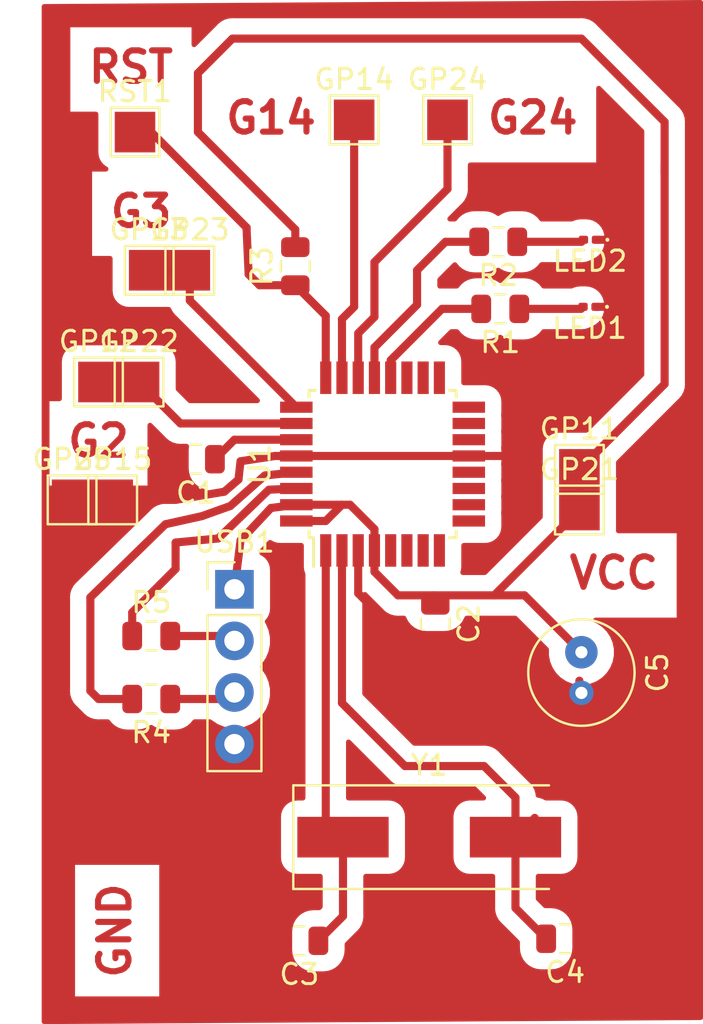
<source format=kicad_pcb>
(kicad_pcb (version 20171130) (host pcbnew "(5.1.6)-1")

  (general
    (thickness 1.6)
    (drawings 7)
    (tracks 150)
    (zones 0)
    (modules 26)
    (nets 19)
  )

  (page A4)
  (layers
    (0 F.Cu signal)
    (31 B.Cu signal)
    (32 B.Adhes user)
    (33 F.Adhes user)
    (34 B.Paste user)
    (35 F.Paste user)
    (36 B.SilkS user)
    (37 F.SilkS user)
    (38 B.Mask user)
    (39 F.Mask user)
    (40 Dwgs.User user)
    (41 Cmts.User user)
    (42 Eco1.User user)
    (43 Eco2.User user)
    (44 Edge.Cuts user)
    (45 Margin user)
    (46 B.CrtYd user)
    (47 F.CrtYd user)
    (48 B.Fab user)
    (49 F.Fab user)
  )

  (setup
    (last_trace_width 0.4)
    (trace_clearance 0.2)
    (zone_clearance 0.8)
    (zone_45_only no)
    (trace_min 0.2)
    (via_size 0.8)
    (via_drill 0.4)
    (via_min_size 0.4)
    (via_min_drill 0.3)
    (uvia_size 0.3)
    (uvia_drill 0.1)
    (uvias_allowed no)
    (uvia_min_size 0.2)
    (uvia_min_drill 0.1)
    (edge_width 0.05)
    (segment_width 0.2)
    (pcb_text_width 0.3)
    (pcb_text_size 1.5 1.5)
    (mod_edge_width 0.12)
    (mod_text_size 1 1)
    (mod_text_width 0.15)
    (pad_size 1.9 1.9)
    (pad_drill 1)
    (pad_to_mask_clearance 0.051)
    (solder_mask_min_width 0.25)
    (aux_axis_origin 0 0)
    (visible_elements 7FFFFFFF)
    (pcbplotparams
      (layerselection 0x010fc_ffffffff)
      (usegerberextensions false)
      (usegerberattributes false)
      (usegerberadvancedattributes false)
      (creategerberjobfile false)
      (excludeedgelayer true)
      (linewidth 0.100000)
      (plotframeref false)
      (viasonmask false)
      (mode 1)
      (useauxorigin false)
      (hpglpennumber 1)
      (hpglpenspeed 20)
      (hpglpendiameter 15.000000)
      (psnegative false)
      (psa4output false)
      (plotreference true)
      (plotvalue true)
      (plotinvisibletext false)
      (padsonsilk false)
      (subtractmaskfromsilk false)
      (outputformat 1)
      (mirror false)
      (drillshape 1)
      (scaleselection 1)
      (outputdirectory ""))
  )

  (net 0 "")
  (net 1 GND)
  (net 2 "Net-(C1-Pad1)")
  (net 3 /XTAL1)
  (net 4 /XTAL2)
  (net 5 "Net-(LED1-Pad2)")
  (net 6 "Net-(LED2-Pad2)")
  (net 7 "Net-(R1-Pad2)")
  (net 8 "Net-(R2-Pad2)")
  (net 9 "Net-(R3-Pad1)")
  (net 10 "Net-(R4-Pad2)")
  (net 11 "Net-(R4-Pad1)")
  (net 12 "Net-(R5-Pad2)")
  (net 13 "Net-(R5-Pad1)")
  (net 14 +5V)
  (net 15 "Net-(GP12-Pad1)")
  (net 16 "Net-(GP13-Pad1)")
  (net 17 "Net-(GP14-Pad1)")
  (net 18 "Net-(GP24-Pad1)")

  (net_class Default "This is the default net class."
    (clearance 0.2)
    (trace_width 0.4)
    (via_dia 0.8)
    (via_drill 0.4)
    (uvia_dia 0.3)
    (uvia_drill 0.1)
    (add_net +5V)
    (add_net /XTAL1)
    (add_net /XTAL2)
    (add_net GND)
    (add_net "Net-(C1-Pad1)")
    (add_net "Net-(GP12-Pad1)")
    (add_net "Net-(GP13-Pad1)")
    (add_net "Net-(GP14-Pad1)")
    (add_net "Net-(GP24-Pad1)")
    (add_net "Net-(LED1-Pad2)")
    (add_net "Net-(LED2-Pad2)")
    (add_net "Net-(R1-Pad2)")
    (add_net "Net-(R2-Pad2)")
    (add_net "Net-(R3-Pad1)")
    (add_net "Net-(R4-Pad1)")
    (add_net "Net-(R4-Pad2)")
    (add_net "Net-(R5-Pad1)")
    (add_net "Net-(R5-Pad2)")
    (add_net "Net-(U1-Pad10)")
    (add_net "Net-(U1-Pad11)")
    (add_net "Net-(U1-Pad12)")
    (add_net "Net-(U1-Pad14)")
    (add_net "Net-(U1-Pad15)")
    (add_net "Net-(U1-Pad16)")
    (add_net "Net-(U1-Pad17)")
    (add_net "Net-(U1-Pad18)")
    (add_net "Net-(U1-Pad19)")
    (add_net "Net-(U1-Pad5)")
    (add_net "Net-(U1-Pad6)")
    (add_net "Net-(U1-Pad7)")
    (add_net "Net-(U1-Pad8)")
    (add_net "Net-(U1-Pad9)")
  )

  (module LED_SMD:LED_0201_0603Metric (layer F.Cu) (tedit 5B301BBE) (tstamp 5F63B892)
    (at 124.52 93.1 180)
    (descr "LED SMD 0201 (0603 Metric), square (rectangular) end terminal, IPC_7351 nominal, (Body size source: https://www.vishay.com/docs/20052/crcw0201e3.pdf), generated with kicad-footprint-generator")
    (tags LED)
    (path /5F68BC8A)
    (attr smd)
    (fp_text reference LED2 (at 0 -1.05) (layer F.SilkS)
      (effects (font (size 1 1) (thickness 0.15)))
    )
    (fp_text value LED (at 0 1.05) (layer F.Fab)
      (effects (font (size 1 1) (thickness 0.15)))
    )
    (fp_circle (center -0.86 0) (end -0.81 0) (layer F.SilkS) (width 0.1))
    (fp_line (start -0.3 0.15) (end -0.3 -0.15) (layer F.Fab) (width 0.1))
    (fp_line (start -0.3 -0.15) (end 0.3 -0.15) (layer F.Fab) (width 0.1))
    (fp_line (start 0.3 -0.15) (end 0.3 0.15) (layer F.Fab) (width 0.1))
    (fp_line (start 0.3 0.15) (end -0.3 0.15) (layer F.Fab) (width 0.1))
    (fp_line (start -0.2 0.15) (end -0.2 -0.15) (layer F.Fab) (width 0.1))
    (fp_line (start -0.1 0.15) (end -0.1 -0.15) (layer F.Fab) (width 0.1))
    (fp_line (start -0.7 0.35) (end -0.7 -0.35) (layer F.CrtYd) (width 0.05))
    (fp_line (start -0.7 -0.35) (end 0.7 -0.35) (layer F.CrtYd) (width 0.05))
    (fp_line (start 0.7 -0.35) (end 0.7 0.35) (layer F.CrtYd) (width 0.05))
    (fp_line (start 0.7 0.35) (end -0.7 0.35) (layer F.CrtYd) (width 0.05))
    (fp_text user %R (at 0 -0.68) (layer F.Fab)
      (effects (font (size 0.25 0.25) (thickness 0.04)))
    )
    (pad 2 smd roundrect (at 0.32 0 180) (size 0.46 0.4) (layers F.Cu F.Mask) (roundrect_rratio 0.25)
      (net 6 "Net-(LED2-Pad2)"))
    (pad 1 smd roundrect (at -0.32 0 180) (size 0.46 0.4) (layers F.Cu F.Mask) (roundrect_rratio 0.25)
      (net 1 GND))
    (pad "" smd roundrect (at 0.345 0 180) (size 0.318 0.36) (layers F.Paste) (roundrect_rratio 0.25))
    (pad "" smd roundrect (at -0.345 0 180) (size 0.318 0.36) (layers F.Paste) (roundrect_rratio 0.25))
    (model ${KISYS3DMOD}/LED_SMD.3dshapes/LED_0201_0603Metric.wrl
      (at (xyz 0 0 0))
      (scale (xyz 1 1 1))
      (rotate (xyz 0 0 0))
    )
  )

  (module TestPoint:TestPoint_Pad_2.0x2.0mm (layer F.Cu) (tedit 5A0F774F) (tstamp 5F6477AB)
    (at 101 105.9)
    (descr "SMD rectangular pad as test Point, square 2.0mm side length")
    (tags "test point SMD pad rectangle square")
    (path /5F6A3C10)
    (attr virtual)
    (fp_text reference GP15 (at 0 -1.998) (layer F.SilkS)
      (effects (font (size 1 1) (thickness 0.15)))
    )
    (fp_text value TestPoint (at 0 2.05) (layer F.Fab)
      (effects (font (size 1 1) (thickness 0.15)))
    )
    (fp_line (start -1.2 -1.2) (end 1.2 -1.2) (layer F.SilkS) (width 0.12))
    (fp_line (start 1.2 -1.2) (end 1.2 1.2) (layer F.SilkS) (width 0.12))
    (fp_line (start 1.2 1.2) (end -1.2 1.2) (layer F.SilkS) (width 0.12))
    (fp_line (start -1.2 1.2) (end -1.2 -1.2) (layer F.SilkS) (width 0.12))
    (fp_line (start -1.5 -1.5) (end 1.5 -1.5) (layer F.CrtYd) (width 0.05))
    (fp_line (start -1.5 -1.5) (end -1.5 1.5) (layer F.CrtYd) (width 0.05))
    (fp_line (start 1.5 1.5) (end 1.5 -1.5) (layer F.CrtYd) (width 0.05))
    (fp_line (start 1.5 1.5) (end -1.5 1.5) (layer F.CrtYd) (width 0.05))
    (fp_text user %R (at 0 -2) (layer F.Fab)
      (effects (font (size 1 1) (thickness 0.15)))
    )
    (pad 1 smd rect (at 0 0) (size 2 2) (layers F.Cu F.Mask)
      (net 1 GND))
  )

  (module TestPoint:TestPoint_Pad_2.0x2.0mm (layer F.Cu) (tedit 5A0F774F) (tstamp 5F64779D)
    (at 112.9 87.2)
    (descr "SMD rectangular pad as test Point, square 2.0mm side length")
    (tags "test point SMD pad rectangle square")
    (path /5F6A3C0A)
    (attr virtual)
    (fp_text reference GP14 (at 0 -1.998) (layer F.SilkS)
      (effects (font (size 1 1) (thickness 0.15)))
    )
    (fp_text value TestPoint (at 0 2.05) (layer F.Fab)
      (effects (font (size 1 1) (thickness 0.15)))
    )
    (fp_line (start -1.2 -1.2) (end 1.2 -1.2) (layer F.SilkS) (width 0.12))
    (fp_line (start 1.2 -1.2) (end 1.2 1.2) (layer F.SilkS) (width 0.12))
    (fp_line (start 1.2 1.2) (end -1.2 1.2) (layer F.SilkS) (width 0.12))
    (fp_line (start -1.2 1.2) (end -1.2 -1.2) (layer F.SilkS) (width 0.12))
    (fp_line (start -1.5 -1.5) (end 1.5 -1.5) (layer F.CrtYd) (width 0.05))
    (fp_line (start -1.5 -1.5) (end -1.5 1.5) (layer F.CrtYd) (width 0.05))
    (fp_line (start 1.5 1.5) (end 1.5 -1.5) (layer F.CrtYd) (width 0.05))
    (fp_line (start 1.5 1.5) (end -1.5 1.5) (layer F.CrtYd) (width 0.05))
    (fp_text user %R (at 0 -2) (layer F.Fab)
      (effects (font (size 1 1) (thickness 0.15)))
    )
    (pad 1 smd rect (at 0 0) (size 2 2) (layers F.Cu F.Mask)
      (net 17 "Net-(GP14-Pad1)"))
  )

  (module TestPoint:TestPoint_Pad_2.0x2.0mm (layer F.Cu) (tedit 5A0F774F) (tstamp 5F64778F)
    (at 102.8 94.6)
    (descr "SMD rectangular pad as test Point, square 2.0mm side length")
    (tags "test point SMD pad rectangle square")
    (path /5F6A3C04)
    (attr virtual)
    (fp_text reference GP13 (at 0 -1.998) (layer F.SilkS)
      (effects (font (size 1 1) (thickness 0.15)))
    )
    (fp_text value TestPoint (at 0 2.05) (layer F.Fab)
      (effects (font (size 1 1) (thickness 0.15)))
    )
    (fp_line (start -1.2 -1.2) (end 1.2 -1.2) (layer F.SilkS) (width 0.12))
    (fp_line (start 1.2 -1.2) (end 1.2 1.2) (layer F.SilkS) (width 0.12))
    (fp_line (start 1.2 1.2) (end -1.2 1.2) (layer F.SilkS) (width 0.12))
    (fp_line (start -1.2 1.2) (end -1.2 -1.2) (layer F.SilkS) (width 0.12))
    (fp_line (start -1.5 -1.5) (end 1.5 -1.5) (layer F.CrtYd) (width 0.05))
    (fp_line (start -1.5 -1.5) (end -1.5 1.5) (layer F.CrtYd) (width 0.05))
    (fp_line (start 1.5 1.5) (end 1.5 -1.5) (layer F.CrtYd) (width 0.05))
    (fp_line (start 1.5 1.5) (end -1.5 1.5) (layer F.CrtYd) (width 0.05))
    (fp_text user %R (at 0 -2) (layer F.Fab)
      (effects (font (size 1 1) (thickness 0.15)))
    )
    (pad 1 smd rect (at 0 0) (size 2 2) (layers F.Cu F.Mask)
      (net 16 "Net-(GP13-Pad1)"))
  )

  (module TestPoint:TestPoint_Pad_2.0x2.0mm (layer F.Cu) (tedit 5A0F774F) (tstamp 5F647781)
    (at 100.3 100.1)
    (descr "SMD rectangular pad as test Point, square 2.0mm side length")
    (tags "test point SMD pad rectangle square")
    (path /5F6A3BFE)
    (attr virtual)
    (fp_text reference GP12 (at 0 -1.998) (layer F.SilkS)
      (effects (font (size 1 1) (thickness 0.15)))
    )
    (fp_text value TestPoint (at 0 2.05) (layer F.Fab)
      (effects (font (size 1 1) (thickness 0.15)))
    )
    (fp_line (start -1.2 -1.2) (end 1.2 -1.2) (layer F.SilkS) (width 0.12))
    (fp_line (start 1.2 -1.2) (end 1.2 1.2) (layer F.SilkS) (width 0.12))
    (fp_line (start 1.2 1.2) (end -1.2 1.2) (layer F.SilkS) (width 0.12))
    (fp_line (start -1.2 1.2) (end -1.2 -1.2) (layer F.SilkS) (width 0.12))
    (fp_line (start -1.5 -1.5) (end 1.5 -1.5) (layer F.CrtYd) (width 0.05))
    (fp_line (start -1.5 -1.5) (end -1.5 1.5) (layer F.CrtYd) (width 0.05))
    (fp_line (start 1.5 1.5) (end 1.5 -1.5) (layer F.CrtYd) (width 0.05))
    (fp_line (start 1.5 1.5) (end -1.5 1.5) (layer F.CrtYd) (width 0.05))
    (fp_text user %R (at 0 -2) (layer F.Fab)
      (effects (font (size 1 1) (thickness 0.15)))
    )
    (pad 1 smd rect (at 0 0) (size 2 2) (layers F.Cu F.Mask)
      (net 15 "Net-(GP12-Pad1)"))
  )

  (module TestPoint:TestPoint_Pad_2.0x2.0mm (layer F.Cu) (tedit 5A0F774F) (tstamp 5F647773)
    (at 124 104.4)
    (descr "SMD rectangular pad as test Point, square 2.0mm side length")
    (tags "test point SMD pad rectangle square")
    (path /5F6A3BF8)
    (attr virtual)
    (fp_text reference GP11 (at 0 -1.998) (layer F.SilkS)
      (effects (font (size 1 1) (thickness 0.15)))
    )
    (fp_text value TestPoint (at 0 2.05) (layer F.Fab)
      (effects (font (size 1 1) (thickness 0.15)))
    )
    (fp_line (start -1.2 -1.2) (end 1.2 -1.2) (layer F.SilkS) (width 0.12))
    (fp_line (start 1.2 -1.2) (end 1.2 1.2) (layer F.SilkS) (width 0.12))
    (fp_line (start 1.2 1.2) (end -1.2 1.2) (layer F.SilkS) (width 0.12))
    (fp_line (start -1.2 1.2) (end -1.2 -1.2) (layer F.SilkS) (width 0.12))
    (fp_line (start -1.5 -1.5) (end 1.5 -1.5) (layer F.CrtYd) (width 0.05))
    (fp_line (start -1.5 -1.5) (end -1.5 1.5) (layer F.CrtYd) (width 0.05))
    (fp_line (start 1.5 1.5) (end 1.5 -1.5) (layer F.CrtYd) (width 0.05))
    (fp_line (start 1.5 1.5) (end -1.5 1.5) (layer F.CrtYd) (width 0.05))
    (fp_text user %R (at 0 -2) (layer F.Fab)
      (effects (font (size 1 1) (thickness 0.15)))
    )
    (pad 1 smd rect (at 0 0) (size 2 2) (layers F.Cu F.Mask)
      (net 14 +5V))
  )

  (module TestPoint:TestPoint_Pad_2.0x2.0mm (layer F.Cu) (tedit 5A0F774F) (tstamp 5F647765)
    (at 99 105.9)
    (descr "SMD rectangular pad as test Point, square 2.0mm side length")
    (tags "test point SMD pad rectangle square")
    (path /5F69CBA6)
    (attr virtual)
    (fp_text reference GP25 (at 0 -1.998) (layer F.SilkS)
      (effects (font (size 1 1) (thickness 0.15)))
    )
    (fp_text value TestPoint (at 0 2.05) (layer F.Fab)
      (effects (font (size 1 1) (thickness 0.15)))
    )
    (fp_line (start 1.5 1.5) (end -1.5 1.5) (layer F.CrtYd) (width 0.05))
    (fp_line (start 1.5 1.5) (end 1.5 -1.5) (layer F.CrtYd) (width 0.05))
    (fp_line (start -1.5 -1.5) (end -1.5 1.5) (layer F.CrtYd) (width 0.05))
    (fp_line (start -1.5 -1.5) (end 1.5 -1.5) (layer F.CrtYd) (width 0.05))
    (fp_line (start -1.2 1.2) (end -1.2 -1.2) (layer F.SilkS) (width 0.12))
    (fp_line (start 1.2 1.2) (end -1.2 1.2) (layer F.SilkS) (width 0.12))
    (fp_line (start 1.2 -1.2) (end 1.2 1.2) (layer F.SilkS) (width 0.12))
    (fp_line (start -1.2 -1.2) (end 1.2 -1.2) (layer F.SilkS) (width 0.12))
    (fp_text user %R (at 0 -2) (layer F.Fab)
      (effects (font (size 1 1) (thickness 0.15)))
    )
    (pad 1 smd rect (at 0 0) (size 2 2) (layers F.Cu F.Mask)
      (net 1 GND))
  )

  (module TestPoint:TestPoint_Pad_2.0x2.0mm (layer F.Cu) (tedit 5A0F774F) (tstamp 5F647757)
    (at 117.5 87.2)
    (descr "SMD rectangular pad as test Point, square 2.0mm side length")
    (tags "test point SMD pad rectangle square")
    (path /5F69A711)
    (attr virtual)
    (fp_text reference GP24 (at 0 -1.998) (layer F.SilkS)
      (effects (font (size 1 1) (thickness 0.15)))
    )
    (fp_text value TestPoint (at 0 2.05) (layer F.Fab)
      (effects (font (size 1 1) (thickness 0.15)))
    )
    (fp_line (start -1.2 -1.2) (end 1.2 -1.2) (layer F.SilkS) (width 0.12))
    (fp_line (start 1.2 -1.2) (end 1.2 1.2) (layer F.SilkS) (width 0.12))
    (fp_line (start 1.2 1.2) (end -1.2 1.2) (layer F.SilkS) (width 0.12))
    (fp_line (start -1.2 1.2) (end -1.2 -1.2) (layer F.SilkS) (width 0.12))
    (fp_line (start -1.5 -1.5) (end 1.5 -1.5) (layer F.CrtYd) (width 0.05))
    (fp_line (start -1.5 -1.5) (end -1.5 1.5) (layer F.CrtYd) (width 0.05))
    (fp_line (start 1.5 1.5) (end 1.5 -1.5) (layer F.CrtYd) (width 0.05))
    (fp_line (start 1.5 1.5) (end -1.5 1.5) (layer F.CrtYd) (width 0.05))
    (fp_text user %R (at 0 -2) (layer F.Fab)
      (effects (font (size 1 1) (thickness 0.15)))
    )
    (pad 1 smd rect (at 0 0) (size 2 2) (layers F.Cu F.Mask)
      (net 18 "Net-(GP24-Pad1)"))
  )

  (module TestPoint:TestPoint_Pad_2.0x2.0mm (layer F.Cu) (tedit 5A0F774F) (tstamp 5F647749)
    (at 104.8 94.6)
    (descr "SMD rectangular pad as test Point, square 2.0mm side length")
    (tags "test point SMD pad rectangle square")
    (path /5F6981FB)
    (attr virtual)
    (fp_text reference GP23 (at 0 -1.998) (layer F.SilkS)
      (effects (font (size 1 1) (thickness 0.15)))
    )
    (fp_text value TestPoint (at 0 2.05) (layer F.Fab)
      (effects (font (size 1 1) (thickness 0.15)))
    )
    (fp_line (start -1.2 -1.2) (end 1.2 -1.2) (layer F.SilkS) (width 0.12))
    (fp_line (start 1.2 -1.2) (end 1.2 1.2) (layer F.SilkS) (width 0.12))
    (fp_line (start 1.2 1.2) (end -1.2 1.2) (layer F.SilkS) (width 0.12))
    (fp_line (start -1.2 1.2) (end -1.2 -1.2) (layer F.SilkS) (width 0.12))
    (fp_line (start -1.5 -1.5) (end 1.5 -1.5) (layer F.CrtYd) (width 0.05))
    (fp_line (start -1.5 -1.5) (end -1.5 1.5) (layer F.CrtYd) (width 0.05))
    (fp_line (start 1.5 1.5) (end 1.5 -1.5) (layer F.CrtYd) (width 0.05))
    (fp_line (start 1.5 1.5) (end -1.5 1.5) (layer F.CrtYd) (width 0.05))
    (fp_text user %R (at 0 -2) (layer F.Fab)
      (effects (font (size 1 1) (thickness 0.15)))
    )
    (pad 1 smd rect (at 0 0) (size 2 2) (layers F.Cu F.Mask)
      (net 16 "Net-(GP13-Pad1)"))
  )

  (module TestPoint:TestPoint_Pad_2.0x2.0mm (layer F.Cu) (tedit 5A0F774F) (tstamp 5F64773B)
    (at 102.3 100.1)
    (descr "SMD rectangular pad as test Point, square 2.0mm side length")
    (tags "test point SMD pad rectangle square")
    (path /5F695CBF)
    (attr virtual)
    (fp_text reference GP22 (at 0 -1.998) (layer F.SilkS)
      (effects (font (size 1 1) (thickness 0.15)))
    )
    (fp_text value TestPoint (at 0 2.05) (layer F.Fab)
      (effects (font (size 1 1) (thickness 0.15)))
    )
    (fp_line (start -1.2 -1.2) (end 1.2 -1.2) (layer F.SilkS) (width 0.12))
    (fp_line (start 1.2 -1.2) (end 1.2 1.2) (layer F.SilkS) (width 0.12))
    (fp_line (start 1.2 1.2) (end -1.2 1.2) (layer F.SilkS) (width 0.12))
    (fp_line (start -1.2 1.2) (end -1.2 -1.2) (layer F.SilkS) (width 0.12))
    (fp_line (start -1.5 -1.5) (end 1.5 -1.5) (layer F.CrtYd) (width 0.05))
    (fp_line (start -1.5 -1.5) (end -1.5 1.5) (layer F.CrtYd) (width 0.05))
    (fp_line (start 1.5 1.5) (end 1.5 -1.5) (layer F.CrtYd) (width 0.05))
    (fp_line (start 1.5 1.5) (end -1.5 1.5) (layer F.CrtYd) (width 0.05))
    (fp_text user %R (at 0 -2) (layer F.Fab)
      (effects (font (size 1 1) (thickness 0.15)))
    )
    (pad 1 smd rect (at 0 0) (size 2 2) (layers F.Cu F.Mask)
      (net 15 "Net-(GP12-Pad1)"))
  )

  (module TestPoint:TestPoint_Pad_2.0x2.0mm (layer F.Cu) (tedit 5A0F774F) (tstamp 5F64772D)
    (at 124 106.4)
    (descr "SMD rectangular pad as test Point, square 2.0mm side length")
    (tags "test point SMD pad rectangle square")
    (path /5F68D6E4)
    (attr virtual)
    (fp_text reference GP21 (at 0 -1.998) (layer F.SilkS)
      (effects (font (size 1 1) (thickness 0.15)))
    )
    (fp_text value TestPoint (at 0 2.05) (layer F.Fab)
      (effects (font (size 1 1) (thickness 0.15)))
    )
    (fp_line (start -1.2 -1.2) (end 1.2 -1.2) (layer F.SilkS) (width 0.12))
    (fp_line (start 1.2 -1.2) (end 1.2 1.2) (layer F.SilkS) (width 0.12))
    (fp_line (start 1.2 1.2) (end -1.2 1.2) (layer F.SilkS) (width 0.12))
    (fp_line (start -1.2 1.2) (end -1.2 -1.2) (layer F.SilkS) (width 0.12))
    (fp_line (start -1.5 -1.5) (end 1.5 -1.5) (layer F.CrtYd) (width 0.05))
    (fp_line (start -1.5 -1.5) (end -1.5 1.5) (layer F.CrtYd) (width 0.05))
    (fp_line (start 1.5 1.5) (end 1.5 -1.5) (layer F.CrtYd) (width 0.05))
    (fp_line (start 1.5 1.5) (end -1.5 1.5) (layer F.CrtYd) (width 0.05))
    (fp_text user %R (at 0 -2) (layer F.Fab)
      (effects (font (size 1 1) (thickness 0.15)))
    )
    (pad 1 smd rect (at 0 0) (size 2 2) (layers F.Cu F.Mask)
      (net 14 +5V))
  )

  (module Package_QFP:TQFP-32_7x7mm_P0.8mm (layer F.Cu) (tedit 5A02F146) (tstamp 5F63B92C)
    (at 114.3 104.14 90)
    (descr "32-Lead Plastic Thin Quad Flatpack (PT) - 7x7x1.0 mm Body, 2.00 mm [TQFP] (see Microchip Packaging Specification 00000049BS.pdf)")
    (tags "QFP 0.8")
    (path /5EB7D73D)
    (attr smd)
    (fp_text reference U1 (at 0 -6.05 90) (layer F.SilkS)
      (effects (font (size 1 1) (thickness 0.15)))
    )
    (fp_text value AT90USB162-16AU (at 0 6.05 90) (layer F.Fab)
      (effects (font (size 1 1) (thickness 0.15)))
    )
    (fp_line (start -2.5 -3.5) (end 3.5 -3.5) (layer F.Fab) (width 0.15))
    (fp_line (start 3.5 -3.5) (end 3.5 3.5) (layer F.Fab) (width 0.15))
    (fp_line (start 3.5 3.5) (end -3.5 3.5) (layer F.Fab) (width 0.15))
    (fp_line (start -3.5 3.5) (end -3.5 -2.5) (layer F.Fab) (width 0.15))
    (fp_line (start -3.5 -2.5) (end -2.5 -3.5) (layer F.Fab) (width 0.15))
    (fp_line (start -5.3 -5.3) (end -5.3 5.3) (layer F.CrtYd) (width 0.05))
    (fp_line (start 5.3 -5.3) (end 5.3 5.3) (layer F.CrtYd) (width 0.05))
    (fp_line (start -5.3 -5.3) (end 5.3 -5.3) (layer F.CrtYd) (width 0.05))
    (fp_line (start -5.3 5.3) (end 5.3 5.3) (layer F.CrtYd) (width 0.05))
    (fp_line (start -3.625 -3.625) (end -3.625 -3.4) (layer F.SilkS) (width 0.15))
    (fp_line (start 3.625 -3.625) (end 3.625 -3.3) (layer F.SilkS) (width 0.15))
    (fp_line (start 3.625 3.625) (end 3.625 3.3) (layer F.SilkS) (width 0.15))
    (fp_line (start -3.625 3.625) (end -3.625 3.3) (layer F.SilkS) (width 0.15))
    (fp_line (start -3.625 -3.625) (end -3.3 -3.625) (layer F.SilkS) (width 0.15))
    (fp_line (start -3.625 3.625) (end -3.3 3.625) (layer F.SilkS) (width 0.15))
    (fp_line (start 3.625 3.625) (end 3.3 3.625) (layer F.SilkS) (width 0.15))
    (fp_line (start 3.625 -3.625) (end 3.3 -3.625) (layer F.SilkS) (width 0.15))
    (fp_line (start -3.625 -3.4) (end -5.05 -3.4) (layer F.SilkS) (width 0.15))
    (fp_text user %R (at 0 0 90) (layer F.Fab)
      (effects (font (size 1 1) (thickness 0.15)))
    )
    (pad 32 smd rect (at -2.8 -4.25 180) (size 1.6 0.55) (layers F.Cu F.Paste F.Mask)
      (net 14 +5V))
    (pad 31 smd rect (at -2 -4.25 180) (size 1.6 0.55) (layers F.Cu F.Paste F.Mask)
      (net 14 +5V))
    (pad 30 smd rect (at -1.2 -4.25 180) (size 1.6 0.55) (layers F.Cu F.Paste F.Mask)
      (net 13 "Net-(R5-Pad1)"))
    (pad 29 smd rect (at -0.4 -4.25 180) (size 1.6 0.55) (layers F.Cu F.Paste F.Mask)
      (net 10 "Net-(R4-Pad2)"))
    (pad 28 smd rect (at 0.4 -4.25 180) (size 1.6 0.55) (layers F.Cu F.Paste F.Mask)
      (net 1 GND))
    (pad 27 smd rect (at 1.2 -4.25 180) (size 1.6 0.55) (layers F.Cu F.Paste F.Mask)
      (net 2 "Net-(C1-Pad1)"))
    (pad 26 smd rect (at 2 -4.25 180) (size 1.6 0.55) (layers F.Cu F.Paste F.Mask)
      (net 15 "Net-(GP12-Pad1)"))
    (pad 25 smd rect (at 2.8 -4.25 180) (size 1.6 0.55) (layers F.Cu F.Paste F.Mask)
      (net 16 "Net-(GP13-Pad1)"))
    (pad 24 smd rect (at 4.25 -2.8 90) (size 1.6 0.55) (layers F.Cu F.Paste F.Mask)
      (net 9 "Net-(R3-Pad1)"))
    (pad 23 smd rect (at 4.25 -2 90) (size 1.6 0.55) (layers F.Cu F.Paste F.Mask)
      (net 17 "Net-(GP14-Pad1)"))
    (pad 22 smd rect (at 4.25 -1.2 90) (size 1.6 0.55) (layers F.Cu F.Paste F.Mask)
      (net 18 "Net-(GP24-Pad1)"))
    (pad 21 smd rect (at 4.25 -0.4 90) (size 1.6 0.55) (layers F.Cu F.Paste F.Mask)
      (net 8 "Net-(R2-Pad2)"))
    (pad 20 smd rect (at 4.25 0.4 90) (size 1.6 0.55) (layers F.Cu F.Paste F.Mask)
      (net 7 "Net-(R1-Pad2)"))
    (pad 19 smd rect (at 4.25 1.2 90) (size 1.6 0.55) (layers F.Cu F.Paste F.Mask))
    (pad 18 smd rect (at 4.25 2 90) (size 1.6 0.55) (layers F.Cu F.Paste F.Mask))
    (pad 17 smd rect (at 4.25 2.8 90) (size 1.6 0.55) (layers F.Cu F.Paste F.Mask))
    (pad 16 smd rect (at 2.8 4.25 180) (size 1.6 0.55) (layers F.Cu F.Paste F.Mask))
    (pad 15 smd rect (at 2 4.25 180) (size 1.6 0.55) (layers F.Cu F.Paste F.Mask))
    (pad 14 smd rect (at 1.2 4.25 180) (size 1.6 0.55) (layers F.Cu F.Paste F.Mask))
    (pad 13 smd rect (at 0.4 4.25 180) (size 1.6 0.55) (layers F.Cu F.Paste F.Mask)
      (net 1 GND))
    (pad 12 smd rect (at -0.4 4.25 180) (size 1.6 0.55) (layers F.Cu F.Paste F.Mask))
    (pad 11 smd rect (at -1.2 4.25 180) (size 1.6 0.55) (layers F.Cu F.Paste F.Mask))
    (pad 10 smd rect (at -2 4.25 180) (size 1.6 0.55) (layers F.Cu F.Paste F.Mask))
    (pad 9 smd rect (at -2.8 4.25 180) (size 1.6 0.55) (layers F.Cu F.Paste F.Mask))
    (pad 8 smd rect (at -4.25 2.8 90) (size 1.6 0.55) (layers F.Cu F.Paste F.Mask))
    (pad 7 smd rect (at -4.25 2 90) (size 1.6 0.55) (layers F.Cu F.Paste F.Mask))
    (pad 6 smd rect (at -4.25 1.2 90) (size 1.6 0.55) (layers F.Cu F.Paste F.Mask))
    (pad 5 smd rect (at -4.25 0.4 90) (size 1.6 0.55) (layers F.Cu F.Paste F.Mask))
    (pad 4 smd rect (at -4.25 -0.4 90) (size 1.6 0.55) (layers F.Cu F.Paste F.Mask)
      (net 14 +5V))
    (pad 3 smd rect (at -4.25 -1.2 90) (size 1.6 0.55) (layers F.Cu F.Paste F.Mask)
      (net 1 GND))
    (pad 2 smd rect (at -4.25 -2 90) (size 1.6 0.55) (layers F.Cu F.Paste F.Mask)
      (net 4 /XTAL2))
    (pad 1 smd rect (at -4.25 -2.8 90) (size 1.6 0.55) (layers F.Cu F.Paste F.Mask)
      (net 3 /XTAL1))
    (model ${KISYS3DMOD}/Package_QFP.3dshapes/TQFP-32_7x7mm_P0.8mm.wrl
      (at (xyz 0 0 0))
      (scale (xyz 1 1 1))
      (rotate (xyz 0 0 0))
    )
  )

  (module Crystal:Crystal_SMD_HC49-SD (layer F.Cu) (tedit 5A1AD52C) (tstamp 5F63B95A)
    (at 116.6 122.5)
    (descr "SMD Crystal HC-49-SD http://cdn-reichelt.de/documents/datenblatt/B400/xxx-HC49-SMD.pdf, 11.4x4.7mm^2 package")
    (tags "SMD SMT crystal")
    (path /5EB8178D)
    (attr smd)
    (fp_text reference Y1 (at 0 -3.55) (layer F.SilkS)
      (effects (font (size 1 1) (thickness 0.15)))
    )
    (fp_text value Crystal (at 0 3.55) (layer F.Fab)
      (effects (font (size 1 1) (thickness 0.15)))
    )
    (fp_line (start -5.7 -2.35) (end -5.7 2.35) (layer F.Fab) (width 0.1))
    (fp_line (start -5.7 2.35) (end 5.7 2.35) (layer F.Fab) (width 0.1))
    (fp_line (start 5.7 2.35) (end 5.7 -2.35) (layer F.Fab) (width 0.1))
    (fp_line (start 5.7 -2.35) (end -5.7 -2.35) (layer F.Fab) (width 0.1))
    (fp_line (start -3.015 -2.115) (end 3.015 -2.115) (layer F.Fab) (width 0.1))
    (fp_line (start -3.015 2.115) (end 3.015 2.115) (layer F.Fab) (width 0.1))
    (fp_line (start 5.9 -2.55) (end -6.7 -2.55) (layer F.SilkS) (width 0.12))
    (fp_line (start -6.7 -2.55) (end -6.7 2.55) (layer F.SilkS) (width 0.12))
    (fp_line (start -6.7 2.55) (end 5.9 2.55) (layer F.SilkS) (width 0.12))
    (fp_line (start -6.8 -2.6) (end -6.8 2.6) (layer F.CrtYd) (width 0.05))
    (fp_line (start -6.8 2.6) (end 6.8 2.6) (layer F.CrtYd) (width 0.05))
    (fp_line (start 6.8 2.6) (end 6.8 -2.6) (layer F.CrtYd) (width 0.05))
    (fp_line (start 6.8 -2.6) (end -6.8 -2.6) (layer F.CrtYd) (width 0.05))
    (fp_arc (start 3.015 0) (end 3.015 -2.115) (angle 180) (layer F.Fab) (width 0.1))
    (fp_arc (start -3.015 0) (end -3.015 -2.115) (angle -180) (layer F.Fab) (width 0.1))
    (fp_text user %R (at 0 0) (layer F.Fab)
      (effects (font (size 1 1) (thickness 0.15)))
    )
    (pad 2 smd rect (at 4.25 0) (size 4.5 2) (layers F.Cu F.Paste F.Mask)
      (net 4 /XTAL2))
    (pad 1 smd rect (at -4.25 0) (size 4.5 2) (layers F.Cu F.Paste F.Mask)
      (net 3 /XTAL1))
    (model ${KISYS3DMOD}/Crystal.3dshapes/Crystal_SMD_HC49-SD.wrl
      (at (xyz 0 0 0))
      (scale (xyz 1 1 1))
      (rotate (xyz 0 0 0))
    )
  )

  (module Connector_PinHeader_2.54mm:PinHeader_1x04_P2.54mm_Vertical (layer F.Cu) (tedit 5F64E269) (tstamp 5F63B944)
    (at 107 110.3)
    (descr "Through hole straight pin header, 1x04, 2.54mm pitch, single row")
    (tags "Through hole pin header THT 1x04 2.54mm single row")
    (path /5F62CBDE)
    (fp_text reference USB1 (at 0 -2.33) (layer F.SilkS)
      (effects (font (size 1 1) (thickness 0.15)))
    )
    (fp_text value Conn_01x04 (at 0 9.95) (layer F.Fab)
      (effects (font (size 1 1) (thickness 0.15)))
    )
    (fp_line (start -0.635 -1.27) (end 1.27 -1.27) (layer F.Fab) (width 0.1))
    (fp_line (start 1.27 -1.27) (end 1.27 8.89) (layer F.Fab) (width 0.1))
    (fp_line (start 1.27 8.89) (end -1.27 8.89) (layer F.Fab) (width 0.1))
    (fp_line (start -1.27 8.89) (end -1.27 -0.635) (layer F.Fab) (width 0.1))
    (fp_line (start -1.27 -0.635) (end -0.635 -1.27) (layer F.Fab) (width 0.1))
    (fp_line (start -1.33 8.95) (end 1.33 8.95) (layer F.SilkS) (width 0.12))
    (fp_line (start -1.33 1.27) (end -1.33 8.95) (layer F.SilkS) (width 0.12))
    (fp_line (start 1.33 1.27) (end 1.33 8.95) (layer F.SilkS) (width 0.12))
    (fp_line (start -1.33 1.27) (end 1.33 1.27) (layer F.SilkS) (width 0.12))
    (fp_line (start -1.33 0) (end -1.33 -1.33) (layer F.SilkS) (width 0.12))
    (fp_line (start -1.33 -1.33) (end 0 -1.33) (layer F.SilkS) (width 0.12))
    (fp_line (start -1.8 -1.8) (end -1.8 9.4) (layer F.CrtYd) (width 0.05))
    (fp_line (start -1.8 9.4) (end 1.8 9.4) (layer F.CrtYd) (width 0.05))
    (fp_line (start 1.8 9.4) (end 1.8 -1.8) (layer F.CrtYd) (width 0.05))
    (fp_line (start 1.8 -1.8) (end -1.8 -1.8) (layer F.CrtYd) (width 0.05))
    (fp_text user %R (at 0 3.81 90) (layer F.Fab)
      (effects (font (size 1 1) (thickness 0.15)))
    )
    (pad 4 thru_hole oval (at 0 7.62) (size 1.9 1.9) (drill 1) (layers *.Cu *.Mask)
      (net 1 GND))
    (pad 3 thru_hole oval (at 0 5.08) (size 1.9 1.9) (drill 1) (layers *.Cu *.Mask)
      (net 11 "Net-(R4-Pad1)"))
    (pad 2 thru_hole oval (at 0 2.54) (size 1.9 1.9) (drill 1) (layers *.Cu *.Mask)
      (net 12 "Net-(R5-Pad2)"))
    (pad 1 thru_hole rect (at 0 0) (size 1.9 1.9) (drill 1) (layers *.Cu *.Mask)
      (net 14 +5V))
    (model ${KISYS3DMOD}/Connector_PinHeader_2.54mm.3dshapes/PinHeader_1x04_P2.54mm_Vertical.wrl
      (at (xyz 0 0 0))
      (scale (xyz 1 1 1))
      (rotate (xyz 0 0 0))
    )
  )

  (module TestPoint:TestPoint_Pad_2.0x2.0mm (layer F.Cu) (tedit 5A0F774F) (tstamp 5F63B8F5)
    (at 102.1 87.8)
    (descr "SMD rectangular pad as test Point, square 2.0mm side length")
    (tags "test point SMD pad rectangle square")
    (path /5F618F6F)
    (attr virtual)
    (fp_text reference RST1 (at 0 -1.998) (layer F.SilkS)
      (effects (font (size 1 1) (thickness 0.15)))
    )
    (fp_text value TestPoint (at 0 2.05) (layer F.Fab)
      (effects (font (size 1 1) (thickness 0.15)))
    )
    (fp_line (start -1.2 -1.2) (end 1.2 -1.2) (layer F.SilkS) (width 0.12))
    (fp_line (start 1.2 -1.2) (end 1.2 1.2) (layer F.SilkS) (width 0.12))
    (fp_line (start 1.2 1.2) (end -1.2 1.2) (layer F.SilkS) (width 0.12))
    (fp_line (start -1.2 1.2) (end -1.2 -1.2) (layer F.SilkS) (width 0.12))
    (fp_line (start -1.5 -1.5) (end 1.5 -1.5) (layer F.CrtYd) (width 0.05))
    (fp_line (start -1.5 -1.5) (end -1.5 1.5) (layer F.CrtYd) (width 0.05))
    (fp_line (start 1.5 1.5) (end 1.5 -1.5) (layer F.CrtYd) (width 0.05))
    (fp_line (start 1.5 1.5) (end -1.5 1.5) (layer F.CrtYd) (width 0.05))
    (fp_text user %R (at 0 -2) (layer F.Fab)
      (effects (font (size 1 1) (thickness 0.15)))
    )
    (pad 1 smd rect (at 0 0) (size 2 2) (layers F.Cu F.Mask)
      (net 9 "Net-(R3-Pad1)"))
  )

  (module Resistor_SMD:R_0805_2012Metric (layer F.Cu) (tedit 5B36C52B) (tstamp 5F63B8E7)
    (at 102.9 112.6)
    (descr "Resistor SMD 0805 (2012 Metric), square (rectangular) end terminal, IPC_7351 nominal, (Body size source: https://docs.google.com/spreadsheets/d/1BsfQQcO9C6DZCsRaXUlFlo91Tg2WpOkGARC1WS5S8t0/edit?usp=sharing), generated with kicad-footprint-generator")
    (tags resistor)
    (path /5F61C839)
    (attr smd)
    (fp_text reference R5 (at 0 -1.65) (layer F.SilkS)
      (effects (font (size 1 1) (thickness 0.15)))
    )
    (fp_text value 22Ohm (at 0 1.65) (layer F.Fab)
      (effects (font (size 1 1) (thickness 0.15)))
    )
    (fp_line (start -1 0.6) (end -1 -0.6) (layer F.Fab) (width 0.1))
    (fp_line (start -1 -0.6) (end 1 -0.6) (layer F.Fab) (width 0.1))
    (fp_line (start 1 -0.6) (end 1 0.6) (layer F.Fab) (width 0.1))
    (fp_line (start 1 0.6) (end -1 0.6) (layer F.Fab) (width 0.1))
    (fp_line (start -0.258578 -0.71) (end 0.258578 -0.71) (layer F.SilkS) (width 0.12))
    (fp_line (start -0.258578 0.71) (end 0.258578 0.71) (layer F.SilkS) (width 0.12))
    (fp_line (start -1.68 0.95) (end -1.68 -0.95) (layer F.CrtYd) (width 0.05))
    (fp_line (start -1.68 -0.95) (end 1.68 -0.95) (layer F.CrtYd) (width 0.05))
    (fp_line (start 1.68 -0.95) (end 1.68 0.95) (layer F.CrtYd) (width 0.05))
    (fp_line (start 1.68 0.95) (end -1.68 0.95) (layer F.CrtYd) (width 0.05))
    (fp_text user %R (at 0 0) (layer F.Fab)
      (effects (font (size 0.5 0.5) (thickness 0.08)))
    )
    (pad 2 smd roundrect (at 0.9375 0) (size 0.975 1.4) (layers F.Cu F.Paste F.Mask) (roundrect_rratio 0.25)
      (net 12 "Net-(R5-Pad2)"))
    (pad 1 smd roundrect (at -0.9375 0) (size 0.975 1.4) (layers F.Cu F.Paste F.Mask) (roundrect_rratio 0.25)
      (net 13 "Net-(R5-Pad1)"))
    (model ${KISYS3DMOD}/Resistor_SMD.3dshapes/R_0805_2012Metric.wrl
      (at (xyz 0 0 0))
      (scale (xyz 1 1 1))
      (rotate (xyz 0 0 0))
    )
  )

  (module Resistor_SMD:R_0805_2012Metric (layer F.Cu) (tedit 5B36C52B) (tstamp 5F63B8D6)
    (at 102.9 115.7 180)
    (descr "Resistor SMD 0805 (2012 Metric), square (rectangular) end terminal, IPC_7351 nominal, (Body size source: https://docs.google.com/spreadsheets/d/1BsfQQcO9C6DZCsRaXUlFlo91Tg2WpOkGARC1WS5S8t0/edit?usp=sharing), generated with kicad-footprint-generator")
    (tags resistor)
    (path /5F61C307)
    (attr smd)
    (fp_text reference R4 (at 0 -1.65) (layer F.SilkS)
      (effects (font (size 1 1) (thickness 0.15)))
    )
    (fp_text value 22Ohm (at 0 1.65) (layer F.Fab)
      (effects (font (size 1 1) (thickness 0.15)))
    )
    (fp_line (start -1 0.6) (end -1 -0.6) (layer F.Fab) (width 0.1))
    (fp_line (start -1 -0.6) (end 1 -0.6) (layer F.Fab) (width 0.1))
    (fp_line (start 1 -0.6) (end 1 0.6) (layer F.Fab) (width 0.1))
    (fp_line (start 1 0.6) (end -1 0.6) (layer F.Fab) (width 0.1))
    (fp_line (start -0.258578 -0.71) (end 0.258578 -0.71) (layer F.SilkS) (width 0.12))
    (fp_line (start -0.258578 0.71) (end 0.258578 0.71) (layer F.SilkS) (width 0.12))
    (fp_line (start -1.68 0.95) (end -1.68 -0.95) (layer F.CrtYd) (width 0.05))
    (fp_line (start -1.68 -0.95) (end 1.68 -0.95) (layer F.CrtYd) (width 0.05))
    (fp_line (start 1.68 -0.95) (end 1.68 0.95) (layer F.CrtYd) (width 0.05))
    (fp_line (start 1.68 0.95) (end -1.68 0.95) (layer F.CrtYd) (width 0.05))
    (fp_text user %R (at 0 0) (layer F.Fab)
      (effects (font (size 0.5 0.5) (thickness 0.08)))
    )
    (pad 2 smd roundrect (at 0.9375 0 180) (size 0.975 1.4) (layers F.Cu F.Paste F.Mask) (roundrect_rratio 0.25)
      (net 10 "Net-(R4-Pad2)"))
    (pad 1 smd roundrect (at -0.9375 0 180) (size 0.975 1.4) (layers F.Cu F.Paste F.Mask) (roundrect_rratio 0.25)
      (net 11 "Net-(R4-Pad1)"))
    (model ${KISYS3DMOD}/Resistor_SMD.3dshapes/R_0805_2012Metric.wrl
      (at (xyz 0 0 0))
      (scale (xyz 1 1 1))
      (rotate (xyz 0 0 0))
    )
  )

  (module Resistor_SMD:R_0805_2012Metric (layer F.Cu) (tedit 5B36C52B) (tstamp 5F63B8C5)
    (at 110 94.4 90)
    (descr "Resistor SMD 0805 (2012 Metric), square (rectangular) end terminal, IPC_7351 nominal, (Body size source: https://docs.google.com/spreadsheets/d/1BsfQQcO9C6DZCsRaXUlFlo91Tg2WpOkGARC1WS5S8t0/edit?usp=sharing), generated with kicad-footprint-generator")
    (tags resistor)
    (path /5F613A99)
    (attr smd)
    (fp_text reference R3 (at 0 -1.65 90) (layer F.SilkS)
      (effects (font (size 1 1) (thickness 0.15)))
    )
    (fp_text value 1kOhm (at 0 1.65 90) (layer F.Fab)
      (effects (font (size 1 1) (thickness 0.15)))
    )
    (fp_line (start -1 0.6) (end -1 -0.6) (layer F.Fab) (width 0.1))
    (fp_line (start -1 -0.6) (end 1 -0.6) (layer F.Fab) (width 0.1))
    (fp_line (start 1 -0.6) (end 1 0.6) (layer F.Fab) (width 0.1))
    (fp_line (start 1 0.6) (end -1 0.6) (layer F.Fab) (width 0.1))
    (fp_line (start -0.258578 -0.71) (end 0.258578 -0.71) (layer F.SilkS) (width 0.12))
    (fp_line (start -0.258578 0.71) (end 0.258578 0.71) (layer F.SilkS) (width 0.12))
    (fp_line (start -1.68 0.95) (end -1.68 -0.95) (layer F.CrtYd) (width 0.05))
    (fp_line (start -1.68 -0.95) (end 1.68 -0.95) (layer F.CrtYd) (width 0.05))
    (fp_line (start 1.68 -0.95) (end 1.68 0.95) (layer F.CrtYd) (width 0.05))
    (fp_line (start 1.68 0.95) (end -1.68 0.95) (layer F.CrtYd) (width 0.05))
    (fp_text user %R (at 0 0 90) (layer F.Fab)
      (effects (font (size 0.5 0.5) (thickness 0.08)))
    )
    (pad 2 smd roundrect (at 0.9375 0 90) (size 0.975 1.4) (layers F.Cu F.Paste F.Mask) (roundrect_rratio 0.25)
      (net 14 +5V))
    (pad 1 smd roundrect (at -0.9375 0 90) (size 0.975 1.4) (layers F.Cu F.Paste F.Mask) (roundrect_rratio 0.25)
      (net 9 "Net-(R3-Pad1)"))
    (model ${KISYS3DMOD}/Resistor_SMD.3dshapes/R_0805_2012Metric.wrl
      (at (xyz 0 0 0))
      (scale (xyz 1 1 1))
      (rotate (xyz 0 0 0))
    )
  )

  (module Resistor_SMD:R_0805_2012Metric (layer F.Cu) (tedit 5B36C52B) (tstamp 5F63B8B4)
    (at 120 93.2 180)
    (descr "Resistor SMD 0805 (2012 Metric), square (rectangular) end terminal, IPC_7351 nominal, (Body size source: https://docs.google.com/spreadsheets/d/1BsfQQcO9C6DZCsRaXUlFlo91Tg2WpOkGARC1WS5S8t0/edit?usp=sharing), generated with kicad-footprint-generator")
    (tags resistor)
    (path /5F68A61B)
    (attr smd)
    (fp_text reference R2 (at 0 -1.65) (layer F.SilkS)
      (effects (font (size 1 1) (thickness 0.15)))
    )
    (fp_text value 200Ohm (at 0 1.65) (layer F.Fab)
      (effects (font (size 1 1) (thickness 0.15)))
    )
    (fp_line (start -1 0.6) (end -1 -0.6) (layer F.Fab) (width 0.1))
    (fp_line (start -1 -0.6) (end 1 -0.6) (layer F.Fab) (width 0.1))
    (fp_line (start 1 -0.6) (end 1 0.6) (layer F.Fab) (width 0.1))
    (fp_line (start 1 0.6) (end -1 0.6) (layer F.Fab) (width 0.1))
    (fp_line (start -0.258578 -0.71) (end 0.258578 -0.71) (layer F.SilkS) (width 0.12))
    (fp_line (start -0.258578 0.71) (end 0.258578 0.71) (layer F.SilkS) (width 0.12))
    (fp_line (start -1.68 0.95) (end -1.68 -0.95) (layer F.CrtYd) (width 0.05))
    (fp_line (start -1.68 -0.95) (end 1.68 -0.95) (layer F.CrtYd) (width 0.05))
    (fp_line (start 1.68 -0.95) (end 1.68 0.95) (layer F.CrtYd) (width 0.05))
    (fp_line (start 1.68 0.95) (end -1.68 0.95) (layer F.CrtYd) (width 0.05))
    (fp_text user %R (at 0 0) (layer F.Fab)
      (effects (font (size 0.5 0.5) (thickness 0.08)))
    )
    (pad 2 smd roundrect (at 0.9375 0 180) (size 0.975 1.4) (layers F.Cu F.Paste F.Mask) (roundrect_rratio 0.25)
      (net 8 "Net-(R2-Pad2)"))
    (pad 1 smd roundrect (at -0.9375 0 180) (size 0.975 1.4) (layers F.Cu F.Paste F.Mask) (roundrect_rratio 0.25)
      (net 6 "Net-(LED2-Pad2)"))
    (model ${KISYS3DMOD}/Resistor_SMD.3dshapes/R_0805_2012Metric.wrl
      (at (xyz 0 0 0))
      (scale (xyz 1 1 1))
      (rotate (xyz 0 0 0))
    )
  )

  (module Resistor_SMD:R_0805_2012Metric (layer F.Cu) (tedit 5B36C52B) (tstamp 5F63B8A3)
    (at 120.1 96.5 180)
    (descr "Resistor SMD 0805 (2012 Metric), square (rectangular) end terminal, IPC_7351 nominal, (Body size source: https://docs.google.com/spreadsheets/d/1BsfQQcO9C6DZCsRaXUlFlo91Tg2WpOkGARC1WS5S8t0/edit?usp=sharing), generated with kicad-footprint-generator")
    (tags resistor)
    (path /5F689DF1)
    (attr smd)
    (fp_text reference R1 (at 0 -1.65) (layer F.SilkS)
      (effects (font (size 1 1) (thickness 0.15)))
    )
    (fp_text value 200Ohm (at 0 1.65) (layer F.Fab)
      (effects (font (size 1 1) (thickness 0.15)))
    )
    (fp_line (start -1 0.6) (end -1 -0.6) (layer F.Fab) (width 0.1))
    (fp_line (start -1 -0.6) (end 1 -0.6) (layer F.Fab) (width 0.1))
    (fp_line (start 1 -0.6) (end 1 0.6) (layer F.Fab) (width 0.1))
    (fp_line (start 1 0.6) (end -1 0.6) (layer F.Fab) (width 0.1))
    (fp_line (start -0.258578 -0.71) (end 0.258578 -0.71) (layer F.SilkS) (width 0.12))
    (fp_line (start -0.258578 0.71) (end 0.258578 0.71) (layer F.SilkS) (width 0.12))
    (fp_line (start -1.68 0.95) (end -1.68 -0.95) (layer F.CrtYd) (width 0.05))
    (fp_line (start -1.68 -0.95) (end 1.68 -0.95) (layer F.CrtYd) (width 0.05))
    (fp_line (start 1.68 -0.95) (end 1.68 0.95) (layer F.CrtYd) (width 0.05))
    (fp_line (start 1.68 0.95) (end -1.68 0.95) (layer F.CrtYd) (width 0.05))
    (fp_text user %R (at 0 0) (layer F.Fab)
      (effects (font (size 0.5 0.5) (thickness 0.08)))
    )
    (pad 2 smd roundrect (at 0.9375 0 180) (size 0.975 1.4) (layers F.Cu F.Paste F.Mask) (roundrect_rratio 0.25)
      (net 7 "Net-(R1-Pad2)"))
    (pad 1 smd roundrect (at -0.9375 0 180) (size 0.975 1.4) (layers F.Cu F.Paste F.Mask) (roundrect_rratio 0.25)
      (net 5 "Net-(LED1-Pad2)"))
    (model ${KISYS3DMOD}/Resistor_SMD.3dshapes/R_0805_2012Metric.wrl
      (at (xyz 0 0 0))
      (scale (xyz 1 1 1))
      (rotate (xyz 0 0 0))
    )
  )

  (module LED_SMD:LED_0201_0603Metric (layer F.Cu) (tedit 5B301BBE) (tstamp 5F63B87E)
    (at 124.5 96.4 180)
    (descr "LED SMD 0201 (0603 Metric), square (rectangular) end terminal, IPC_7351 nominal, (Body size source: https://www.vishay.com/docs/20052/crcw0201e3.pdf), generated with kicad-footprint-generator")
    (tags LED)
    (path /5F68AAB0)
    (attr smd)
    (fp_text reference LED1 (at 0 -1.05) (layer F.SilkS)
      (effects (font (size 1 1) (thickness 0.15)))
    )
    (fp_text value LED (at 0 1.05) (layer F.Fab)
      (effects (font (size 1 1) (thickness 0.15)))
    )
    (fp_circle (center -0.86 0) (end -0.81 0) (layer F.SilkS) (width 0.1))
    (fp_line (start -0.3 0.15) (end -0.3 -0.15) (layer F.Fab) (width 0.1))
    (fp_line (start -0.3 -0.15) (end 0.3 -0.15) (layer F.Fab) (width 0.1))
    (fp_line (start 0.3 -0.15) (end 0.3 0.15) (layer F.Fab) (width 0.1))
    (fp_line (start 0.3 0.15) (end -0.3 0.15) (layer F.Fab) (width 0.1))
    (fp_line (start -0.2 0.15) (end -0.2 -0.15) (layer F.Fab) (width 0.1))
    (fp_line (start -0.1 0.15) (end -0.1 -0.15) (layer F.Fab) (width 0.1))
    (fp_line (start -0.7 0.35) (end -0.7 -0.35) (layer F.CrtYd) (width 0.05))
    (fp_line (start -0.7 -0.35) (end 0.7 -0.35) (layer F.CrtYd) (width 0.05))
    (fp_line (start 0.7 -0.35) (end 0.7 0.35) (layer F.CrtYd) (width 0.05))
    (fp_line (start 0.7 0.35) (end -0.7 0.35) (layer F.CrtYd) (width 0.05))
    (fp_text user %R (at 0 -0.68) (layer F.Fab)
      (effects (font (size 0.25 0.25) (thickness 0.04)))
    )
    (pad 2 smd roundrect (at 0.32 0 180) (size 0.46 0.4) (layers F.Cu F.Mask) (roundrect_rratio 0.25)
      (net 5 "Net-(LED1-Pad2)"))
    (pad 1 smd roundrect (at -0.32 0 180) (size 0.46 0.4) (layers F.Cu F.Mask) (roundrect_rratio 0.25)
      (net 1 GND))
    (pad "" smd roundrect (at 0.345 0 180) (size 0.318 0.36) (layers F.Paste) (roundrect_rratio 0.25))
    (pad "" smd roundrect (at -0.345 0 180) (size 0.318 0.36) (layers F.Paste) (roundrect_rratio 0.25))
    (model ${KISYS3DMOD}/LED_SMD.3dshapes/LED_0201_0603Metric.wrl
      (at (xyz 0 0 0))
      (scale (xyz 1 1 1))
      (rotate (xyz 0 0 0))
    )
  )

  (module Capacitor_THT:C_Radial_D5.0mm_H5.0mm_P2.00mm (layer F.Cu) (tedit 5F64DBF2) (tstamp 5F63B838)
    (at 124.1 113.4 270)
    (descr "C, Radial series, Radial, pin pitch=2.00mm, diameter=5mm, height=5mm, Non-Polar Electrolytic Capacitor")
    (tags "C Radial series Radial pin pitch 2.00mm diameter 5mm height 5mm Non-Polar Electrolytic Capacitor")
    (path /5F60B048)
    (fp_text reference C5 (at 1 -3.75 90) (layer F.SilkS)
      (effects (font (size 1 1) (thickness 0.15)))
    )
    (fp_text value 4.7uF (at 1 3.75 90) (layer F.Fab)
      (effects (font (size 1 1) (thickness 0.15)))
    )
    (fp_circle (center 1 0) (end 3.5 0) (layer F.Fab) (width 0.1))
    (fp_circle (center 1 0) (end 3.62 0) (layer F.SilkS) (width 0.12))
    (fp_circle (center 1 0) (end 3.75 0) (layer F.CrtYd) (width 0.05))
    (fp_text user %R (at 1 0 90) (layer F.Fab)
      (effects (font (size 1 1) (thickness 0.15)))
    )
    (pad 2 thru_hole circle (at 2 0 270) (size 1.2 1.2) (drill 0.6) (layers *.Cu *.Mask)
      (net 1 GND))
    (pad 1 thru_hole circle (at 0 0 270) (size 1.6 1.6) (drill 0.6) (layers *.Cu *.Mask)
      (net 14 +5V))
    (model ${KISYS3DMOD}/Capacitor_THT.3dshapes/C_Radial_D5.0mm_H5.0mm_P2.00mm.wrl
      (at (xyz 0 0 0))
      (scale (xyz 1 1 1))
      (rotate (xyz 0 0 0))
    )
  )

  (module Capacitor_SMD:C_0805_2012Metric (layer F.Cu) (tedit 5B36C52B) (tstamp 5F63B82E)
    (at 123.3 127.5 180)
    (descr "Capacitor SMD 0805 (2012 Metric), square (rectangular) end terminal, IPC_7351 nominal, (Body size source: https://docs.google.com/spreadsheets/d/1BsfQQcO9C6DZCsRaXUlFlo91Tg2WpOkGARC1WS5S8t0/edit?usp=sharing), generated with kicad-footprint-generator")
    (tags capacitor)
    (path /5EB84611)
    (attr smd)
    (fp_text reference C4 (at 0 -1.65) (layer F.SilkS)
      (effects (font (size 1 1) (thickness 0.15)))
    )
    (fp_text value 22pf (at 0 1.65) (layer F.Fab)
      (effects (font (size 1 1) (thickness 0.15)))
    )
    (fp_line (start -1 0.6) (end -1 -0.6) (layer F.Fab) (width 0.1))
    (fp_line (start -1 -0.6) (end 1 -0.6) (layer F.Fab) (width 0.1))
    (fp_line (start 1 -0.6) (end 1 0.6) (layer F.Fab) (width 0.1))
    (fp_line (start 1 0.6) (end -1 0.6) (layer F.Fab) (width 0.1))
    (fp_line (start -0.258578 -0.71) (end 0.258578 -0.71) (layer F.SilkS) (width 0.12))
    (fp_line (start -0.258578 0.71) (end 0.258578 0.71) (layer F.SilkS) (width 0.12))
    (fp_line (start -1.68 0.95) (end -1.68 -0.95) (layer F.CrtYd) (width 0.05))
    (fp_line (start -1.68 -0.95) (end 1.68 -0.95) (layer F.CrtYd) (width 0.05))
    (fp_line (start 1.68 -0.95) (end 1.68 0.95) (layer F.CrtYd) (width 0.05))
    (fp_line (start 1.68 0.95) (end -1.68 0.95) (layer F.CrtYd) (width 0.05))
    (fp_text user %R (at 0 0) (layer F.Fab)
      (effects (font (size 0.5 0.5) (thickness 0.08)))
    )
    (pad 2 smd roundrect (at 0.9375 0 180) (size 0.975 1.4) (layers F.Cu F.Paste F.Mask) (roundrect_rratio 0.25)
      (net 4 /XTAL2))
    (pad 1 smd roundrect (at -0.9375 0 180) (size 0.975 1.4) (layers F.Cu F.Paste F.Mask) (roundrect_rratio 0.25)
      (net 1 GND))
    (model ${KISYS3DMOD}/Capacitor_SMD.3dshapes/C_0805_2012Metric.wrl
      (at (xyz 0 0 0))
      (scale (xyz 1 1 1))
      (rotate (xyz 0 0 0))
    )
  )

  (module Capacitor_SMD:C_0805_2012Metric (layer F.Cu) (tedit 5B36C52B) (tstamp 5F63B81D)
    (at 110.2 127.6 180)
    (descr "Capacitor SMD 0805 (2012 Metric), square (rectangular) end terminal, IPC_7351 nominal, (Body size source: https://docs.google.com/spreadsheets/d/1BsfQQcO9C6DZCsRaXUlFlo91Tg2WpOkGARC1WS5S8t0/edit?usp=sharing), generated with kicad-footprint-generator")
    (tags capacitor)
    (path /5EB8363A)
    (attr smd)
    (fp_text reference C3 (at 0 -1.65) (layer F.SilkS)
      (effects (font (size 1 1) (thickness 0.15)))
    )
    (fp_text value 22pf (at 0 1.65) (layer F.Fab)
      (effects (font (size 1 1) (thickness 0.15)))
    )
    (fp_line (start -1 0.6) (end -1 -0.6) (layer F.Fab) (width 0.1))
    (fp_line (start -1 -0.6) (end 1 -0.6) (layer F.Fab) (width 0.1))
    (fp_line (start 1 -0.6) (end 1 0.6) (layer F.Fab) (width 0.1))
    (fp_line (start 1 0.6) (end -1 0.6) (layer F.Fab) (width 0.1))
    (fp_line (start -0.258578 -0.71) (end 0.258578 -0.71) (layer F.SilkS) (width 0.12))
    (fp_line (start -0.258578 0.71) (end 0.258578 0.71) (layer F.SilkS) (width 0.12))
    (fp_line (start -1.68 0.95) (end -1.68 -0.95) (layer F.CrtYd) (width 0.05))
    (fp_line (start -1.68 -0.95) (end 1.68 -0.95) (layer F.CrtYd) (width 0.05))
    (fp_line (start 1.68 -0.95) (end 1.68 0.95) (layer F.CrtYd) (width 0.05))
    (fp_line (start 1.68 0.95) (end -1.68 0.95) (layer F.CrtYd) (width 0.05))
    (fp_text user %R (at 0 0) (layer F.Fab)
      (effects (font (size 0.5 0.5) (thickness 0.08)))
    )
    (pad 2 smd roundrect (at 0.9375 0 180) (size 0.975 1.4) (layers F.Cu F.Paste F.Mask) (roundrect_rratio 0.25)
      (net 1 GND))
    (pad 1 smd roundrect (at -0.9375 0 180) (size 0.975 1.4) (layers F.Cu F.Paste F.Mask) (roundrect_rratio 0.25)
      (net 3 /XTAL1))
    (model ${KISYS3DMOD}/Capacitor_SMD.3dshapes/C_0805_2012Metric.wrl
      (at (xyz 0 0 0))
      (scale (xyz 1 1 1))
      (rotate (xyz 0 0 0))
    )
  )

  (module Capacitor_SMD:C_0805_2012Metric (layer F.Cu) (tedit 5B36C52B) (tstamp 5F63B80C)
    (at 116.9 112 270)
    (descr "Capacitor SMD 0805 (2012 Metric), square (rectangular) end terminal, IPC_7351 nominal, (Body size source: https://docs.google.com/spreadsheets/d/1BsfQQcO9C6DZCsRaXUlFlo91Tg2WpOkGARC1WS5S8t0/edit?usp=sharing), generated with kicad-footprint-generator")
    (tags capacitor)
    (path /5F651016)
    (attr smd)
    (fp_text reference C2 (at 0 -1.65 90) (layer F.SilkS)
      (effects (font (size 1 1) (thickness 0.15)))
    )
    (fp_text value 0.1uF (at 0 1.65 90) (layer F.Fab)
      (effects (font (size 1 1) (thickness 0.15)))
    )
    (fp_line (start -1 0.6) (end -1 -0.6) (layer F.Fab) (width 0.1))
    (fp_line (start -1 -0.6) (end 1 -0.6) (layer F.Fab) (width 0.1))
    (fp_line (start 1 -0.6) (end 1 0.6) (layer F.Fab) (width 0.1))
    (fp_line (start 1 0.6) (end -1 0.6) (layer F.Fab) (width 0.1))
    (fp_line (start -0.258578 -0.71) (end 0.258578 -0.71) (layer F.SilkS) (width 0.12))
    (fp_line (start -0.258578 0.71) (end 0.258578 0.71) (layer F.SilkS) (width 0.12))
    (fp_line (start -1.68 0.95) (end -1.68 -0.95) (layer F.CrtYd) (width 0.05))
    (fp_line (start -1.68 -0.95) (end 1.68 -0.95) (layer F.CrtYd) (width 0.05))
    (fp_line (start 1.68 -0.95) (end 1.68 0.95) (layer F.CrtYd) (width 0.05))
    (fp_line (start 1.68 0.95) (end -1.68 0.95) (layer F.CrtYd) (width 0.05))
    (fp_text user %R (at 0 0 90) (layer F.Fab)
      (effects (font (size 0.5 0.5) (thickness 0.08)))
    )
    (pad 2 smd roundrect (at 0.9375 0 270) (size 0.975 1.4) (layers F.Cu F.Paste F.Mask) (roundrect_rratio 0.25)
      (net 1 GND))
    (pad 1 smd roundrect (at -0.9375 0 270) (size 0.975 1.4) (layers F.Cu F.Paste F.Mask) (roundrect_rratio 0.25)
      (net 14 +5V))
    (model ${KISYS3DMOD}/Capacitor_SMD.3dshapes/C_0805_2012Metric.wrl
      (at (xyz 0 0 0))
      (scale (xyz 1 1 1))
      (rotate (xyz 0 0 0))
    )
  )

  (module Capacitor_SMD:C_0805_2012Metric (layer F.Cu) (tedit 5B36C52B) (tstamp 5F63B7FB)
    (at 105.1 103.9 180)
    (descr "Capacitor SMD 0805 (2012 Metric), square (rectangular) end terminal, IPC_7351 nominal, (Body size source: https://docs.google.com/spreadsheets/d/1BsfQQcO9C6DZCsRaXUlFlo91Tg2WpOkGARC1WS5S8t0/edit?usp=sharing), generated with kicad-footprint-generator")
    (tags capacitor)
    (path /5F68415D)
    (attr smd)
    (fp_text reference C1 (at 0 -1.65) (layer F.SilkS)
      (effects (font (size 1 1) (thickness 0.15)))
    )
    (fp_text value 0.1uF (at 0 1.65) (layer F.Fab)
      (effects (font (size 1 1) (thickness 0.15)))
    )
    (fp_line (start -1 0.6) (end -1 -0.6) (layer F.Fab) (width 0.1))
    (fp_line (start -1 -0.6) (end 1 -0.6) (layer F.Fab) (width 0.1))
    (fp_line (start 1 -0.6) (end 1 0.6) (layer F.Fab) (width 0.1))
    (fp_line (start 1 0.6) (end -1 0.6) (layer F.Fab) (width 0.1))
    (fp_line (start -0.258578 -0.71) (end 0.258578 -0.71) (layer F.SilkS) (width 0.12))
    (fp_line (start -0.258578 0.71) (end 0.258578 0.71) (layer F.SilkS) (width 0.12))
    (fp_line (start -1.68 0.95) (end -1.68 -0.95) (layer F.CrtYd) (width 0.05))
    (fp_line (start -1.68 -0.95) (end 1.68 -0.95) (layer F.CrtYd) (width 0.05))
    (fp_line (start 1.68 -0.95) (end 1.68 0.95) (layer F.CrtYd) (width 0.05))
    (fp_line (start 1.68 0.95) (end -1.68 0.95) (layer F.CrtYd) (width 0.05))
    (fp_text user %R (at 0 0) (layer F.Fab)
      (effects (font (size 0.5 0.5) (thickness 0.08)))
    )
    (pad 2 smd roundrect (at 0.9375 0 180) (size 0.975 1.4) (layers F.Cu F.Paste F.Mask) (roundrect_rratio 0.25)
      (net 1 GND))
    (pad 1 smd roundrect (at -0.9375 0 180) (size 0.975 1.4) (layers F.Cu F.Paste F.Mask) (roundrect_rratio 0.25)
      (net 2 "Net-(C1-Pad1)"))
    (model ${KISYS3DMOD}/Capacitor_SMD.3dshapes/C_0805_2012Metric.wrl
      (at (xyz 0 0 0))
      (scale (xyz 1 1 1))
      (rotate (xyz 0 0 0))
    )
  )

  (gr_text G24 (at 121.7 87.1) (layer F.Cu)
    (effects (font (size 1.5 1.5) (thickness 0.3)))
  )
  (gr_text G14 (at 108.8 87.1) (layer F.Cu)
    (effects (font (size 1.5 1.5) (thickness 0.3)))
  )
  (gr_text G2 (at 100.3 103) (layer F.Cu)
    (effects (font (size 1.5 1.5) (thickness 0.3)))
  )
  (gr_text G3 (at 102.4 91.7) (layer F.Cu)
    (effects (font (size 1.5 1.5) (thickness 0.3)))
  )
  (gr_text VCC (at 125.7 109.5) (layer F.Cu)
    (effects (font (size 1.5 1.5) (thickness 0.3)))
  )
  (gr_text RST (at 101.9 84.6) (layer F.Cu)
    (effects (font (size 1.5 1.5) (thickness 0.3)))
  )
  (gr_text GND (at 101.1 127.1 90) (layer F.Cu)
    (effects (font (size 1.5 1.5) (thickness 0.3)))
  )

  (segment (start 109.189998 103.74) (end 110.05 103.74) (width 0.4) (layer F.Cu) (net 1))
  (segment (start 99 105.9) (end 101 105.9) (width 0.4) (layer F.Cu) (net 1))
  (segment (start 109.2625 127.6) (end 109.2625 129.2625) (width 0.4) (layer F.Cu) (net 1))
  (segment (start 109.2625 129.2625) (end 109.4 129.4) (width 0.4) (layer F.Cu) (net 1))
  (segment (start 124.2375 128.9625) (end 124.2375 127.5) (width 0.4) (layer F.Cu) (net 1))
  (segment (start 123.8 129.4) (end 124.2375 128.9625) (width 0.4) (layer F.Cu) (net 1))
  (segment (start 113.1 108.39) (end 113.1 110.5) (width 0.4) (layer F.Cu) (net 1))
  (segment (start 104.1625 103.9) (end 104.1625 105.8375) (width 0.4) (layer F.Cu) (net 1))
  (segment (start 104.1625 105.8375) (end 104.1 105.9) (width 0.4) (layer F.Cu) (net 1))
  (segment (start 101 105.9) (end 104.1 105.9) (width 0.4) (layer F.Cu) (net 1))
  (segment (start 124.84 93.1) (end 126.1 93.1) (width 0.4) (layer F.Cu) (net 1))
  (segment (start 126.1 93.1) (end 126.4 93.4) (width 0.4) (layer F.Cu) (net 1))
  (segment (start 126.4 93.4) (end 126.4 96.1) (width 0.4) (layer F.Cu) (net 1))
  (segment (start 126.1 96.4) (end 124.82 96.4) (width 0.4) (layer F.Cu) (net 1))
  (segment (start 126.4 96.1) (end 126.1 96.4) (width 0.4) (layer F.Cu) (net 1))
  (segment (start 109 103.74) (end 110.05 103.74) (width 0.4) (layer F.Cu) (net 1))
  (segment (start 107.2 104.9) (end 107.3 104) (width 0.4) (layer F.Cu) (net 1))
  (segment (start 107.3 104) (end 109 103.74) (width 0.4) (layer F.Cu) (net 1))
  (segment (start 104.1 105.9) (end 106.5 105.5) (width 0.4) (layer F.Cu) (net 1))
  (segment (start 106.5 105.5) (end 107.2 104.9) (width 0.4) (layer F.Cu) (net 1))
  (segment (start 116.5 113.9) (end 116.9 114.3) (width 0.4) (layer F.Cu) (net 1))
  (segment (start 108.8 131.3) (end 107.2 129.7) (width 0.4) (layer F.Cu) (net 1))
  (segment (start 99 105.9) (end 99 109.3) (width 0.4) (layer F.Cu) (net 1))
  (segment (start 99 109.3) (end 98.4 109.9) (width 0.4) (layer F.Cu) (net 1))
  (segment (start 98.4 109.9) (end 98.4 116.4) (width 0.4) (layer F.Cu) (net 1))
  (segment (start 98.4 116.4) (end 99.92 117.92) (width 0.4) (layer F.Cu) (net 1))
  (segment (start 99.92 117.92) (end 103.18 117.92) (width 0.4) (layer F.Cu) (net 1))
  (segment (start 102.98 117.92) (end 103.18 117.92) (width 0.4) (layer F.Cu) (net 1))
  (segment (start 103.18 117.92) (end 107 117.92) (width 0.4) (layer F.Cu) (net 1))
  (segment (start 116.9 112.9375) (end 116.9 113.1) (width 0.4) (layer F.Cu) (net 1))
  (segment (start 116.9 113.1) (end 116.35 113.65) (width 0.4) (layer F.Cu) (net 1))
  (segment (start 113.1 110.5) (end 116.35 113.75) (width 0.4) (layer F.Cu) (net 1))
  (segment (start 116.35 113.65) (end 116.35 113.75) (width 0.4) (layer F.Cu) (net 1))
  (segment (start 116.35 113.75) (end 116.5 113.9) (width 0.4) (layer F.Cu) (net 1))
  (segment (start 117.1 131.2) (end 117.2 131.3) (width 0.4) (layer F.Cu) (net 1))
  (segment (start 109.4 129.4) (end 117.1 129.4) (width 0.4) (layer F.Cu) (net 1))
  (segment (start 117.2 131.3) (end 108.8 131.3) (width 0.4) (layer F.Cu) (net 1))
  (segment (start 117.1 129.4) (end 117.1 131.2) (width 0.4) (layer F.Cu) (net 1))
  (segment (start 117.1 129.4) (end 123.8 129.4) (width 0.4) (layer F.Cu) (net 1))
  (segment (start 107.2 118.12) (end 107 117.92) (width 0.4) (layer F.Cu) (net 1))
  (segment (start 107.2 129.7) (end 107.2 118.12) (width 0.4) (layer F.Cu) (net 1))
  (segment (start 124 115.7) (end 124 114.8) (width 0.4) (layer F.Cu) (net 1))
  (segment (start 124.2 131.3) (end 126.4 129.1) (width 0.4) (layer F.Cu) (net 1))
  (segment (start 117.2 131.3) (end 124.2 131.3) (width 0.4) (layer F.Cu) (net 1))
  (segment (start 126.4 129.1) (end 126.4 120.1) (width 0.4) (layer F.Cu) (net 1))
  (segment (start 126.4 120.1) (end 124.1 115.4) (width 0.4) (layer F.Cu) (net 1))
  (segment (start 117.3 114.7) (end 116.5 113.9) (width 0.4) (layer F.Cu) (net 1))
  (segment (start 124.1 115.4) (end 119.8 115.1) (width 0.4) (layer F.Cu) (net 1))
  (segment (start 119.8 115.1) (end 117.3 114.7) (width 0.4) (layer F.Cu) (net 1))
  (segment (start 118.55 103.74) (end 120.46 103.74) (width 0.4) (layer F.Cu) (net 1))
  (segment (start 118.54 103.74) (end 110.05 103.74) (width 0.4) (layer F.Cu) (net 1))
  (segment (start 118.55 103.74) (end 118.54 103.74) (width 0.4) (layer F.Cu) (net 1))
  (segment (start 106.9975 102.94) (end 110.05 102.94) (width 0.4) (layer F.Cu) (net 2))
  (segment (start 106.0375 103.9) (end 106.9975 102.94) (width 0.4) (layer F.Cu) (net 2))
  (segment (start 112.35 122.5) (end 113.79 122.5) (width 0.4) (layer F.Cu) (net 3))
  (segment (start 112.35 126.3875) (end 111.1375 127.6) (width 0.4) (layer F.Cu) (net 3))
  (segment (start 112.35 122.5) (end 112.35 126.3875) (width 0.4) (layer F.Cu) (net 3))
  (segment (start 112.35 121.85) (end 112.35 122.5) (width 0.4) (layer F.Cu) (net 3))
  (segment (start 111.5 121.65) (end 112.35 122.5) (width 0.4) (layer F.Cu) (net 3))
  (segment (start 111.5 108.39) (end 111.5 121.65) (width 0.4) (layer F.Cu) (net 3))
  (segment (start 121.8 121.55) (end 120.85 122.5) (width 0.4) (layer F.Cu) (net 4))
  (segment (start 120.85 125.9875) (end 122.3625 127.5) (width 0.4) (layer F.Cu) (net 4))
  (segment (start 120.85 122.5) (end 120.85 125.9875) (width 0.4) (layer F.Cu) (net 4))
  (segment (start 121.4 121.95) (end 120.85 122.5) (width 0.4) (layer F.Cu) (net 4))
  (segment (start 120.85 120.55) (end 120.85 122.5) (width 0.4) (layer F.Cu) (net 4))
  (segment (start 115.4 119) (end 119.3 119) (width 0.4) (layer F.Cu) (net 4))
  (segment (start 112.3 108.39) (end 112.3 115.9) (width 0.4) (layer F.Cu) (net 4))
  (segment (start 119.3 119) (end 120.85 120.55) (width 0.4) (layer F.Cu) (net 4))
  (segment (start 112.3 115.9) (end 115.4 119) (width 0.4) (layer F.Cu) (net 4))
  (segment (start 124.08 96.5) (end 124.18 96.4) (width 0.4) (layer F.Cu) (net 5))
  (segment (start 121.0375 96.5) (end 124.08 96.5) (width 0.4) (layer F.Cu) (net 5))
  (segment (start 124.1 93.2) (end 124.2 93.1) (width 0.4) (layer F.Cu) (net 6))
  (segment (start 120.9375 93.2) (end 124.1 93.2) (width 0.4) (layer F.Cu) (net 6))
  (segment (start 117.229998 96.5) (end 119.1625 96.5) (width 0.4) (layer F.Cu) (net 7))
  (segment (start 114.7 99.029998) (end 117.229998 96.5) (width 0.4) (layer F.Cu) (net 7))
  (segment (start 114.7 99.89) (end 114.7 99.029998) (width 0.4) (layer F.Cu) (net 7))
  (segment (start 113.9 99.89) (end 113.9 98.4) (width 0.4) (layer F.Cu) (net 8))
  (segment (start 113.9 98.4) (end 116 96.3) (width 0.4) (layer F.Cu) (net 8))
  (segment (start 116 96.3) (end 116 94.6) (width 0.4) (layer F.Cu) (net 8))
  (segment (start 117.4 93.2) (end 119.0625 93.2) (width 0.4) (layer F.Cu) (net 8))
  (segment (start 116 94.6) (end 117.4 93.2) (width 0.4) (layer F.Cu) (net 8))
  (segment (start 111.5 96.8375) (end 110 95.3375) (width 0.4) (layer F.Cu) (net 9))
  (segment (start 111.5 99.89) (end 111.5 96.8375) (width 0.4) (layer F.Cu) (net 9))
  (segment (start 107.7 94.8) (end 107.6 92.6) (width 0.4) (layer F.Cu) (net 9))
  (segment (start 110 95.3375) (end 108.2375 95.3375) (width 0.4) (layer F.Cu) (net 9))
  (segment (start 108.2375 95.3375) (end 107.7 94.8) (width 0.4) (layer F.Cu) (net 9))
  (segment (start 107.6 92.6) (end 107.6 92.5) (width 0.4) (layer F.Cu) (net 9))
  (segment (start 102.9 87.8) (end 102.1 87.8) (width 0.4) (layer F.Cu) (net 9))
  (segment (start 107.6 92.5) (end 102.9 87.8) (width 0.4) (layer F.Cu) (net 9))
  (segment (start 100.3 115.7) (end 101.9625 115.7) (width 0.4) (layer F.Cu) (net 10))
  (segment (start 99.9 115.3) (end 100.3 115.7) (width 0.4) (layer F.Cu) (net 10))
  (segment (start 99.9 110.7) (end 99.9 115.3) (width 0.4) (layer F.Cu) (net 10))
  (segment (start 110.05 104.54) (end 108.5 104.7) (width 0.4) (layer F.Cu) (net 10))
  (segment (start 108.5 104.7) (end 106.8 106.2) (width 0.4) (layer F.Cu) (net 10))
  (segment (start 106.8 106.2) (end 105.4 106.7) (width 0.4) (layer F.Cu) (net 10))
  (segment (start 103.6 107.1) (end 99.9 110.7) (width 0.4) (layer F.Cu) (net 10))
  (segment (start 105.4 106.7) (end 103.6 107.1) (width 0.4) (layer F.Cu) (net 10))
  (segment (start 106.68 115.7) (end 107 115.38) (width 0.4) (layer F.Cu) (net 11))
  (segment (start 103.8375 115.7) (end 106.68 115.7) (width 0.4) (layer F.Cu) (net 11))
  (segment (start 106.76 112.6) (end 107 112.84) (width 0.4) (layer F.Cu) (net 12))
  (segment (start 103.8375 112.6) (end 106.76 112.6) (width 0.4) (layer F.Cu) (net 12))
  (segment (start 108.7 105.4) (end 106.2 107.8) (width 0.4) (layer F.Cu) (net 13))
  (segment (start 101.9625 111.4375) (end 101.9625 112.6) (width 0.4) (layer F.Cu) (net 13))
  (segment (start 104.1 108) (end 104.1 109.3) (width 0.4) (layer F.Cu) (net 13))
  (segment (start 110.05 105.34) (end 108.7 105.4) (width 0.4) (layer F.Cu) (net 13))
  (segment (start 106.2 107.8) (end 104.1 108) (width 0.4) (layer F.Cu) (net 13))
  (segment (start 104.1 109.3) (end 101.9625 111.4375) (width 0.4) (layer F.Cu) (net 13))
  (segment (start 113.9 107.34) (end 113.9 108.39) (width 0.4) (layer F.Cu) (net 14))
  (segment (start 112.7 106.14) (end 113.9 107.34) (width 0.4) (layer F.Cu) (net 14))
  (segment (start 111.5 106.94) (end 112.3 106.14) (width 0.4) (layer F.Cu) (net 14))
  (segment (start 110.05 106.14) (end 112.3 106.14) (width 0.4) (layer F.Cu) (net 14))
  (segment (start 110.05 106.94) (end 111.5 106.94) (width 0.4) (layer F.Cu) (net 14))
  (segment (start 112.3 106.14) (end 112.7 106.14) (width 0.4) (layer F.Cu) (net 14))
  (segment (start 113.9 109.44) (end 115.06 110.6) (width 0.4) (layer F.Cu) (net 14))
  (segment (start 113.9 108.39) (end 113.9 109.44) (width 0.4) (layer F.Cu) (net 14))
  (segment (start 119.8 110.6) (end 124 106.4) (width 0.4) (layer F.Cu) (net 14))
  (segment (start 124 106.4) (end 124 104.4) (width 0.4) (layer F.Cu) (net 14))
  (segment (start 116.9 111.0625) (end 116.9 110.7) (width 0.4) (layer F.Cu) (net 14))
  (segment (start 115.06 110.6) (end 116.8 110.6) (width 0.4) (layer F.Cu) (net 14))
  (segment (start 116.9 110.7) (end 116.8 110.6) (width 0.4) (layer F.Cu) (net 14))
  (segment (start 116.8 110.6) (end 119.8 110.6) (width 0.4) (layer F.Cu) (net 14))
  (segment (start 128.2 100.2) (end 124 104.4) (width 0.4) (layer F.Cu) (net 14))
  (segment (start 110 93.4625) (end 110 92.6) (width 0.4) (layer F.Cu) (net 14))
  (segment (start 110 92.6) (end 105.2 87.8) (width 0.4) (layer F.Cu) (net 14))
  (segment (start 105.2 87.8) (end 105.2 84.9) (width 0.4) (layer F.Cu) (net 14))
  (segment (start 105.2 84.9) (end 106.9 83.2) (width 0.4) (layer F.Cu) (net 14))
  (segment (start 106.9 83.2) (end 124.1 83.2) (width 0.4) (layer F.Cu) (net 14))
  (segment (start 128.2 87.3) (end 128.2 89.8) (width 0.4) (layer F.Cu) (net 14))
  (segment (start 128.2 89.4) (end 128.2 89.8) (width 0.4) (layer F.Cu) (net 14))
  (segment (start 124.1 83.2) (end 128.2 87.3) (width 0.4) (layer F.Cu) (net 14))
  (segment (start 128.2 89.8) (end 128.2 100.2) (width 0.4) (layer F.Cu) (net 14))
  (segment (start 121.3 110.6) (end 124.1 113.4) (width 0.4) (layer F.Cu) (net 14))
  (segment (start 119.8 110.6) (end 121.3 110.6) (width 0.4) (layer F.Cu) (net 14))
  (segment (start 107.3 107.9) (end 107 110.3) (width 0.4) (layer F.Cu) (net 14))
  (segment (start 110.05 106.14) (end 108.8 106.3) (width 0.4) (layer F.Cu) (net 14))
  (segment (start 108.8 106.3) (end 107.3 107.9) (width 0.4) (layer F.Cu) (net 14))
  (segment (start 104.34 102.14) (end 110.05 102.14) (width 0.4) (layer F.Cu) (net 15))
  (segment (start 102.3 100.1) (end 104.34 102.14) (width 0.4) (layer F.Cu) (net 15))
  (segment (start 102.3 100.1) (end 100.3 100.1) (width 0.4) (layer F.Cu) (net 15))
  (segment (start 104.8 96.09) (end 110.05 101.34) (width 0.4) (layer F.Cu) (net 16))
  (segment (start 104.8 94.6) (end 104.8 96.09) (width 0.4) (layer F.Cu) (net 16))
  (segment (start 102.8 94.6) (end 104.8 94.6) (width 0.4) (layer F.Cu) (net 16))
  (segment (start 113.1 97.7) (end 113.1 99.89) (width 0.4) (layer F.Cu) (net 18))
  (segment (start 113.9 94.2) (end 113.9 96.9) (width 0.4) (layer F.Cu) (net 18))
  (segment (start 117.5 87.2) (end 117.5 90.6) (width 0.4) (layer F.Cu) (net 18))
  (segment (start 113.9 96.9) (end 113.1 97.7) (width 0.4) (layer F.Cu) (net 18))
  (segment (start 117.5 90.6) (end 113.9 94.2) (width 0.4) (layer F.Cu) (net 18))
  (segment (start 112.9 87.2) (end 112.9 96.4) (width 0.4) (layer F.Cu) (net 17))
  (segment (start 112.3 97) (end 112.3 99.89) (width 0.4) (layer F.Cu) (net 17))
  (segment (start 112.9 96.4) (end 112.3 97) (width 0.4) (layer F.Cu) (net 17))

  (zone (net 1) (net_name GND) (layer F.Cu) (tstamp 0) (hatch edge 0.508)
    (connect_pads yes (clearance 0.8))
    (min_thickness 0.254)
    (fill yes (arc_segments 32) (thermal_gap 0.508) (thermal_bridge_width 0.508))
    (polygon
      (pts
        (xy 130.1 131.5) (xy 97.5 131.7) (xy 97.5 81.5) (xy 130.1 81.3)
      )
    )
    (filled_polygon
      (pts
        (xy 129.973 131.373776) (xy 97.627 131.572218) (xy 97.627 123.737285) (xy 99.018 123.737285) (xy 99.018 130.462714)
        (xy 103.422 130.462714) (xy 103.422 123.737285) (xy 99.018 123.737285) (xy 97.627 123.737285) (xy 97.627 100.918)
        (xy 97.758715 100.918) (xy 97.758715 105.322) (xy 102.841286 105.322) (xy 102.841286 102.235105) (xy 103.503945 102.897764)
        (xy 103.539235 102.940765) (xy 103.582236 102.976055) (xy 103.582239 102.976058) (xy 103.664462 103.043536) (xy 103.710843 103.0816)
        (xy 103.906629 103.18625) (xy 104.119069 103.250693) (xy 104.284635 103.267) (xy 104.284643 103.267) (xy 104.34 103.272452)
        (xy 104.395357 103.267) (xy 104.635923 103.267) (xy 104.618515 103.44375) (xy 104.618515 104.35625) (xy 104.641097 104.585527)
        (xy 104.707974 104.805993) (xy 104.816578 105.009176) (xy 104.962733 105.187267) (xy 105.140824 105.333422) (xy 105.344007 105.442026)
        (xy 105.467028 105.479344) (xy 105.087032 105.615057) (xy 103.429448 105.983409) (xy 103.394303 105.986385) (xy 103.32131 106.00744)
        (xy 103.301473 106.011848) (xy 103.268166 106.022769) (xy 103.181 106.047912) (xy 103.162823 106.05731) (xy 103.143387 106.063683)
        (xy 103.06438 106.108208) (xy 102.983799 106.149871) (xy 102.967806 106.162633) (xy 102.949986 106.172676) (xy 102.881194 106.23175)
        (xy 102.853762 106.253641) (xy 102.839178 106.26783) (xy 102.781564 106.317306) (xy 102.75981 106.345054) (xy 99.14822 109.859034)
        (xy 99.099235 109.899235) (xy 99.033705 109.979084) (xy 98.967106 110.058005) (xy 98.963341 110.064822) (xy 98.9584 110.070843)
        (xy 98.909705 110.161944) (xy 98.859785 110.252339) (xy 98.857423 110.259759) (xy 98.85375 110.26663) (xy 98.823758 110.365501)
        (xy 98.792438 110.463877) (xy 98.791569 110.471614) (xy 98.789307 110.47907) (xy 98.779179 110.581902) (xy 98.767654 110.684489)
        (xy 98.773 110.74762) (xy 98.773001 115.244636) (xy 98.767548 115.3) (xy 98.773001 115.355364) (xy 98.773001 115.355365)
        (xy 98.775428 115.380001) (xy 98.789308 115.52093) (xy 98.85375 115.73337) (xy 98.9584 115.929156) (xy 99.063942 116.05776)
        (xy 99.063946 116.057764) (xy 99.099236 116.100765) (xy 99.142237 116.136055) (xy 99.46394 116.457758) (xy 99.499235 116.500765)
        (xy 99.670843 116.6416) (xy 99.866629 116.74625) (xy 100.079069 116.810693) (xy 100.244635 116.827) (xy 100.244645 116.827)
        (xy 100.299999 116.832452) (xy 100.355354 116.827) (xy 100.756206 116.827) (xy 100.887733 116.987267) (xy 101.065824 117.133422)
        (xy 101.269007 117.242026) (xy 101.489473 117.308903) (xy 101.71875 117.331485) (xy 102.20625 117.331485) (xy 102.435527 117.308903)
        (xy 102.655993 117.242026) (xy 102.859176 117.133422) (xy 102.9 117.099919) (xy 102.940824 117.133422) (xy 103.144007 117.242026)
        (xy 103.364473 117.308903) (xy 103.59375 117.331485) (xy 104.08125 117.331485) (xy 104.310527 117.308903) (xy 104.530993 117.242026)
        (xy 104.734176 117.133422) (xy 104.912267 116.987267) (xy 105.043794 116.827) (xy 105.792521 116.827) (xy 105.803482 116.837961)
        (xy 106.110907 117.043376) (xy 106.452499 117.184868) (xy 106.815132 117.257) (xy 107.184868 117.257) (xy 107.547501 117.184868)
        (xy 107.889093 117.043376) (xy 108.196518 116.837961) (xy 108.457961 116.576518) (xy 108.663376 116.269093) (xy 108.804868 115.927501)
        (xy 108.877 115.564868) (xy 108.877 115.195132) (xy 108.804868 114.832499) (xy 108.663376 114.490907) (xy 108.457961 114.183482)
        (xy 108.384479 114.11) (xy 108.457961 114.036518) (xy 108.663376 113.729093) (xy 108.804868 113.387501) (xy 108.877 113.024868)
        (xy 108.877 112.655132) (xy 108.804868 112.292499) (xy 108.663376 111.950907) (xy 108.623259 111.890868) (xy 108.724501 111.767505)
        (xy 108.81058 111.606464) (xy 108.863587 111.431724) (xy 108.881485 111.25) (xy 108.881485 109.35) (xy 108.863587 109.168276)
        (xy 108.81058 108.993536) (xy 108.724501 108.832495) (xy 108.608659 108.691341) (xy 108.467505 108.575499) (xy 108.358609 108.517292)
        (xy 108.37284 108.403439) (xy 108.751422 107.999618) (xy 108.893536 108.07558) (xy 109.068276 108.128587) (xy 109.25 108.146485)
        (xy 110.293515 108.146485) (xy 110.293515 109.19) (xy 110.311413 109.371724) (xy 110.36442 109.546464) (xy 110.373 109.562516)
        (xy 110.373001 120.568515) (xy 110.1 120.568515) (xy 109.918276 120.586413) (xy 109.743536 120.63942) (xy 109.582495 120.725499)
        (xy 109.441341 120.841341) (xy 109.325499 120.982495) (xy 109.23942 121.143536) (xy 109.186413 121.318276) (xy 109.168515 121.5)
        (xy 109.168515 123.5) (xy 109.186413 123.681724) (xy 109.23942 123.856464) (xy 109.325499 124.017505) (xy 109.441341 124.158659)
        (xy 109.582495 124.274501) (xy 109.743536 124.36058) (xy 109.918276 124.413587) (xy 110.1 124.431485) (xy 111.223 124.431485)
        (xy 111.223001 125.92068) (xy 111.175166 125.968515) (xy 110.89375 125.968515) (xy 110.664473 125.991097) (xy 110.444007 126.057974)
        (xy 110.240824 126.166578) (xy 110.062733 126.312733) (xy 109.916578 126.490824) (xy 109.807974 126.694007) (xy 109.741097 126.914473)
        (xy 109.718515 127.14375) (xy 109.718515 128.05625) (xy 109.741097 128.285527) (xy 109.807974 128.505993) (xy 109.916578 128.709176)
        (xy 110.062733 128.887267) (xy 110.240824 129.033422) (xy 110.444007 129.142026) (xy 110.664473 129.208903) (xy 110.89375 129.231485)
        (xy 111.38125 129.231485) (xy 111.610527 129.208903) (xy 111.830993 129.142026) (xy 112.034176 129.033422) (xy 112.212267 128.887267)
        (xy 112.358422 128.709176) (xy 112.467026 128.505993) (xy 112.533903 128.285527) (xy 112.556485 128.05625) (xy 112.556485 127.774834)
        (xy 113.107764 127.223555) (xy 113.150765 127.188265) (xy 113.186055 127.145264) (xy 113.186058 127.145261) (xy 113.2916 127.016657)
        (xy 113.39625 126.820871) (xy 113.419186 126.74526) (xy 113.460693 126.608431) (xy 113.477 126.442865) (xy 113.477 126.442855)
        (xy 113.482452 126.3875) (xy 113.477 126.332146) (xy 113.477 124.431485) (xy 114.6 124.431485) (xy 114.781724 124.413587)
        (xy 114.956464 124.36058) (xy 115.117505 124.274501) (xy 115.258659 124.158659) (xy 115.374501 124.017505) (xy 115.46058 123.856464)
        (xy 115.513587 123.681724) (xy 115.531485 123.5) (xy 115.531485 121.5) (xy 115.513587 121.318276) (xy 115.46058 121.143536)
        (xy 115.374501 120.982495) (xy 115.258659 120.841341) (xy 115.117505 120.725499) (xy 114.956464 120.63942) (xy 114.781724 120.586413)
        (xy 114.6 120.568515) (xy 112.627 120.568515) (xy 112.627 117.820818) (xy 114.563945 119.757764) (xy 114.599235 119.800765)
        (xy 114.642236 119.836055) (xy 114.642239 119.836058) (xy 114.770843 119.9416) (xy 114.966629 120.04625) (xy 115.179069 120.110693)
        (xy 115.344635 120.127) (xy 115.344645 120.127) (xy 115.399999 120.132452) (xy 115.455354 120.127) (xy 118.833182 120.127)
        (xy 119.274697 120.568515) (xy 118.6 120.568515) (xy 118.418276 120.586413) (xy 118.243536 120.63942) (xy 118.082495 120.725499)
        (xy 117.941341 120.841341) (xy 117.825499 120.982495) (xy 117.73942 121.143536) (xy 117.686413 121.318276) (xy 117.668515 121.5)
        (xy 117.668515 123.5) (xy 117.686413 123.681724) (xy 117.73942 123.856464) (xy 117.825499 124.017505) (xy 117.941341 124.158659)
        (xy 118.082495 124.274501) (xy 118.243536 124.36058) (xy 118.418276 124.413587) (xy 118.6 124.431485) (xy 119.723001 124.431485)
        (xy 119.723001 125.932136) (xy 119.717548 125.9875) (xy 119.739308 126.20843) (xy 119.80375 126.42087) (xy 119.9084 126.616656)
        (xy 120.013942 126.74526) (xy 120.013946 126.745264) (xy 120.049236 126.788265) (xy 120.092237 126.823555) (xy 120.943515 127.674834)
        (xy 120.943515 127.95625) (xy 120.966097 128.185527) (xy 121.032974 128.405993) (xy 121.141578 128.609176) (xy 121.287733 128.787267)
        (xy 121.465824 128.933422) (xy 121.669007 129.042026) (xy 121.889473 129.108903) (xy 122.11875 129.131485) (xy 122.60625 129.131485)
        (xy 122.835527 129.108903) (xy 123.055993 129.042026) (xy 123.259176 128.933422) (xy 123.437267 128.787267) (xy 123.583422 128.609176)
        (xy 123.692026 128.405993) (xy 123.758903 128.185527) (xy 123.781485 127.95625) (xy 123.781485 127.04375) (xy 123.758903 126.814473)
        (xy 123.692026 126.594007) (xy 123.583422 126.390824) (xy 123.437267 126.212733) (xy 123.259176 126.066578) (xy 123.055993 125.957974)
        (xy 122.835527 125.891097) (xy 122.60625 125.868515) (xy 122.324833 125.868515) (xy 121.977 125.520682) (xy 121.977 124.431485)
        (xy 123.1 124.431485) (xy 123.281724 124.413587) (xy 123.456464 124.36058) (xy 123.617505 124.274501) (xy 123.758659 124.158659)
        (xy 123.874501 124.017505) (xy 123.96058 123.856464) (xy 124.013587 123.681724) (xy 124.031485 123.5) (xy 124.031485 121.5)
        (xy 124.013587 121.318276) (xy 123.96058 121.143536) (xy 123.874501 120.982495) (xy 123.758659 120.841341) (xy 123.617505 120.725499)
        (xy 123.456464 120.63942) (xy 123.281724 120.586413) (xy 123.1 120.568515) (xy 122.354537 120.568515) (xy 122.23337 120.50375)
        (xy 122.02093 120.439307) (xy 121.971067 120.434396) (xy 121.960693 120.329069) (xy 121.89625 120.116629) (xy 121.7916 119.920843)
        (xy 121.693055 119.800765) (xy 121.686058 119.792239) (xy 121.686055 119.792236) (xy 121.650765 119.749235) (xy 121.607764 119.713945)
        (xy 120.136057 118.242239) (xy 120.100765 118.199235) (xy 119.929157 118.0584) (xy 119.733371 117.95375) (xy 119.520931 117.889307)
        (xy 119.355365 117.873) (xy 119.355354 117.873) (xy 119.3 117.867548) (xy 119.244646 117.873) (xy 115.866819 117.873)
        (xy 113.427 115.433182) (xy 113.427 110.560818) (xy 114.223945 111.357764) (xy 114.259235 111.400765) (xy 114.302236 111.436055)
        (xy 114.302239 111.436058) (xy 114.367125 111.489308) (xy 114.430843 111.5416) (xy 114.626629 111.64625) (xy 114.839069 111.710693)
        (xy 115.004635 111.727) (xy 115.004643 111.727) (xy 115.06 111.732452) (xy 115.115357 111.727) (xy 115.349179 111.727)
        (xy 115.357974 111.755993) (xy 115.466578 111.959176) (xy 115.612733 112.137267) (xy 115.790824 112.283422) (xy 115.994007 112.392026)
        (xy 116.214473 112.458903) (xy 116.44375 112.481485) (xy 117.35625 112.481485) (xy 117.585527 112.458903) (xy 117.805993 112.392026)
        (xy 118.009176 112.283422) (xy 118.187267 112.137267) (xy 118.333422 111.959176) (xy 118.442026 111.755993) (xy 118.450821 111.727)
        (xy 119.744646 111.727) (xy 119.8 111.732452) (xy 119.855354 111.727) (xy 120.833182 111.727) (xy 122.373 113.266819)
        (xy 122.373 113.570095) (xy 122.439368 113.903747) (xy 122.569553 114.218041) (xy 122.758552 114.500898) (xy 122.999102 114.741448)
        (xy 123.281959 114.930447) (xy 123.596253 115.060632) (xy 123.929905 115.127) (xy 124.270095 115.127) (xy 124.603747 115.060632)
        (xy 124.918041 114.930447) (xy 125.200898 114.741448) (xy 125.441448 114.500898) (xy 125.630447 114.218041) (xy 125.760632 113.903747)
        (xy 125.827 113.570095) (xy 125.827 113.229905) (xy 125.760632 112.896253) (xy 125.630447 112.581959) (xy 125.441448 112.299102)
        (xy 125.200898 112.058552) (xy 124.918041 111.869553) (xy 124.803238 111.822) (xy 128.919857 111.822) (xy 128.919857 107.418)
        (xy 125.929712 107.418) (xy 125.931485 107.4) (xy 125.931485 104.062333) (xy 128.957764 101.036055) (xy 129.000765 101.000765)
        (xy 129.036055 100.957764) (xy 129.036058 100.957761) (xy 129.1416 100.829157) (xy 129.24625 100.633371) (xy 129.310693 100.420931)
        (xy 129.327 100.255365) (xy 129.327 100.255355) (xy 129.332452 100.2) (xy 129.327 100.144646) (xy 129.327 87.355364)
        (xy 129.332453 87.3) (xy 129.310693 87.079069) (xy 129.24625 86.866629) (xy 129.1416 86.670843) (xy 129.036058 86.542239)
        (xy 129.036055 86.542236) (xy 129.000765 86.499235) (xy 128.957764 86.463945) (xy 124.936059 82.442241) (xy 124.900765 82.399235)
        (xy 124.729157 82.2584) (xy 124.533371 82.15375) (xy 124.320931 82.089307) (xy 124.155365 82.073) (xy 124.155354 82.073)
        (xy 124.1 82.067548) (xy 124.044646 82.073) (xy 106.955354 82.073) (xy 106.899999 82.067548) (xy 106.844645 82.073)
        (xy 106.844635 82.073) (xy 106.679069 82.089307) (xy 106.466629 82.15375) (xy 106.270843 82.2584) (xy 106.142239 82.363942)
        (xy 106.142236 82.363945) (xy 106.099235 82.399235) (xy 106.063945 82.442236) (xy 105.012715 83.493467) (xy 105.012715 82.518)
        (xy 98.787286 82.518) (xy 98.787286 86.922) (xy 100.168515 86.922) (xy 100.168515 88.8) (xy 100.186413 88.981724)
        (xy 100.23942 89.156464) (xy 100.325499 89.317505) (xy 100.441341 89.458659) (xy 100.582495 89.574501) (xy 100.663875 89.618)
        (xy 99.858715 89.618) (xy 99.858715 94.022) (xy 100.868515 94.022) (xy 100.868515 95.6) (xy 100.886413 95.781724)
        (xy 100.93942 95.956464) (xy 101.025499 96.117505) (xy 101.141341 96.258659) (xy 101.282495 96.374501) (xy 101.443536 96.46058)
        (xy 101.618276 96.513587) (xy 101.8 96.531485) (xy 103.758088 96.531485) (xy 103.8584 96.719156) (xy 103.963942 96.84776)
        (xy 103.963946 96.847764) (xy 103.999236 96.890765) (xy 104.042237 96.926055) (xy 108.129181 101.013) (xy 104.806819 101.013)
        (xy 104.231485 100.437666) (xy 104.231485 99.1) (xy 104.213587 98.918276) (xy 104.16058 98.743536) (xy 104.074501 98.582495)
        (xy 103.958659 98.441341) (xy 103.817505 98.325499) (xy 103.656464 98.23942) (xy 103.481724 98.186413) (xy 103.3 98.168515)
        (xy 99.3 98.168515) (xy 99.118276 98.186413) (xy 98.943536 98.23942) (xy 98.782495 98.325499) (xy 98.641341 98.441341)
        (xy 98.525499 98.582495) (xy 98.43942 98.743536) (xy 98.386413 98.918276) (xy 98.368515 99.1) (xy 98.368515 100.918)
        (xy 97.758715 100.918) (xy 97.627 100.918) (xy 97.627 81.626224) (xy 129.973 81.427782)
      )
    )
    (filled_polygon
      (pts
        (xy 127.073 87.766819) (xy 127.073001 89.344628) (xy 127.073 89.344636) (xy 127.073 89.744636) (xy 127.073001 99.73318)
        (xy 124.337667 102.468515) (xy 123 102.468515) (xy 122.818276 102.486413) (xy 122.643536 102.53942) (xy 122.482495 102.625499)
        (xy 122.341341 102.741341) (xy 122.225499 102.882495) (xy 122.13942 103.043536) (xy 122.086413 103.218276) (xy 122.068515 103.4)
        (xy 122.068515 106.737666) (xy 119.333182 109.473) (xy 118.257865 109.473) (xy 118.288587 109.371724) (xy 118.306485 109.19)
        (xy 118.306485 108.146485) (xy 119.35 108.146485) (xy 119.531724 108.128587) (xy 119.706464 108.07558) (xy 119.867505 107.989501)
        (xy 120.008659 107.873659) (xy 120.124501 107.732505) (xy 120.21058 107.571464) (xy 120.263587 107.396724) (xy 120.281485 107.215)
        (xy 120.281485 106.665) (xy 120.269174 106.54) (xy 120.281485 106.415) (xy 120.281485 105.865) (xy 120.269174 105.74)
        (xy 120.281485 105.615) (xy 120.281485 105.065) (xy 120.269174 104.94) (xy 120.281485 104.815) (xy 120.281485 104.265)
        (xy 120.269174 104.14) (xy 120.281485 104.015) (xy 120.281485 103.465) (xy 120.269174 103.34) (xy 120.281485 103.215)
        (xy 120.281485 102.665) (xy 120.269174 102.54) (xy 120.281485 102.415) (xy 120.281485 101.865) (xy 120.269174 101.74)
        (xy 120.281485 101.615) (xy 120.281485 101.065) (xy 120.263587 100.883276) (xy 120.21058 100.708536) (xy 120.124501 100.547495)
        (xy 120.008659 100.406341) (xy 119.867505 100.290499) (xy 119.706464 100.20442) (xy 119.531724 100.151413) (xy 119.35 100.133515)
        (xy 118.306485 100.133515) (xy 118.306485 99.09) (xy 118.288587 98.908276) (xy 118.23558 98.733536) (xy 118.149501 98.572495)
        (xy 118.033659 98.431341) (xy 117.892505 98.315499) (xy 117.731464 98.22942) (xy 117.556724 98.176413) (xy 117.375 98.158515)
        (xy 117.165301 98.158515) (xy 117.696816 97.627) (xy 117.956206 97.627) (xy 118.087733 97.787267) (xy 118.265824 97.933422)
        (xy 118.469007 98.042026) (xy 118.689473 98.108903) (xy 118.91875 98.131485) (xy 119.40625 98.131485) (xy 119.635527 98.108903)
        (xy 119.855993 98.042026) (xy 120.059176 97.933422) (xy 120.1 97.899919) (xy 120.140824 97.933422) (xy 120.344007 98.042026)
        (xy 120.564473 98.108903) (xy 120.79375 98.131485) (xy 121.28125 98.131485) (xy 121.510527 98.108903) (xy 121.730993 98.042026)
        (xy 121.934176 97.933422) (xy 122.112267 97.787267) (xy 122.243794 97.627) (xy 124.024646 97.627) (xy 124.08 97.632452)
        (xy 124.135354 97.627) (xy 124.135365 97.627) (xy 124.300931 97.610693) (xy 124.513371 97.54625) (xy 124.665787 97.464782)
        (xy 124.704732 97.452968) (xy 124.883062 97.357648) (xy 125.03937 97.22937) (xy 125.167648 97.073062) (xy 125.262968 96.894732)
        (xy 125.321665 96.701233) (xy 125.341485 96.5) (xy 125.341485 96.3) (xy 125.321665 96.098767) (xy 125.262968 95.905268)
        (xy 125.167648 95.726938) (xy 125.03937 95.57063) (xy 124.883062 95.442352) (xy 124.704732 95.347032) (xy 124.511233 95.288335)
        (xy 124.31 95.268515) (xy 124.189817 95.268515) (xy 124.179999 95.267548) (xy 124.170181 95.268515) (xy 124.05 95.268515)
        (xy 123.848767 95.288335) (xy 123.655268 95.347032) (xy 123.606686 95.373) (xy 122.243794 95.373) (xy 122.112267 95.212733)
        (xy 121.934176 95.066578) (xy 121.730993 94.957974) (xy 121.510527 94.891097) (xy 121.28125 94.868515) (xy 120.79375 94.868515)
        (xy 120.564473 94.891097) (xy 120.344007 94.957974) (xy 120.140824 95.066578) (xy 120.1 95.100081) (xy 120.059176 95.066578)
        (xy 119.855993 94.957974) (xy 119.635527 94.891097) (xy 119.40625 94.868515) (xy 118.91875 94.868515) (xy 118.689473 94.891097)
        (xy 118.469007 94.957974) (xy 118.265824 95.066578) (xy 118.087733 95.212733) (xy 117.956206 95.373) (xy 117.285352 95.373)
        (xy 117.229997 95.367548) (xy 117.174643 95.373) (xy 117.174633 95.373) (xy 117.127 95.377691) (xy 117.127 95.066818)
        (xy 117.86099 94.332829) (xy 117.987733 94.487267) (xy 118.165824 94.633422) (xy 118.369007 94.742026) (xy 118.589473 94.808903)
        (xy 118.81875 94.831485) (xy 119.30625 94.831485) (xy 119.535527 94.808903) (xy 119.755993 94.742026) (xy 119.959176 94.633422)
        (xy 120 94.599919) (xy 120.040824 94.633422) (xy 120.244007 94.742026) (xy 120.464473 94.808903) (xy 120.69375 94.831485)
        (xy 121.18125 94.831485) (xy 121.410527 94.808903) (xy 121.630993 94.742026) (xy 121.834176 94.633422) (xy 122.012267 94.487267)
        (xy 122.143794 94.327) (xy 124.044646 94.327) (xy 124.1 94.332452) (xy 124.155354 94.327) (xy 124.155365 94.327)
        (xy 124.320931 94.310693) (xy 124.533371 94.24625) (xy 124.685787 94.164782) (xy 124.724732 94.152968) (xy 124.903062 94.057648)
        (xy 125.05937 93.92937) (xy 125.187648 93.773062) (xy 125.282968 93.594732) (xy 125.341665 93.401233) (xy 125.361485 93.2)
        (xy 125.361485 93) (xy 125.341665 92.798767) (xy 125.282968 92.605268) (xy 125.187648 92.426938) (xy 125.05937 92.27063)
        (xy 124.903062 92.142352) (xy 124.724732 92.047032) (xy 124.531233 91.988335) (xy 124.33 91.968515) (xy 124.209817 91.968515)
        (xy 124.199999 91.967548) (xy 124.190181 91.968515) (xy 124.07 91.968515) (xy 123.868767 91.988335) (xy 123.675268 92.047032)
        (xy 123.626686 92.073) (xy 122.143794 92.073) (xy 122.012267 91.912733) (xy 121.834176 91.766578) (xy 121.630993 91.657974)
        (xy 121.410527 91.591097) (xy 121.18125 91.568515) (xy 120.69375 91.568515) (xy 120.464473 91.591097) (xy 120.244007 91.657974)
        (xy 120.040824 91.766578) (xy 120 91.800081) (xy 119.959176 91.766578) (xy 119.755993 91.657974) (xy 119.535527 91.591097)
        (xy 119.30625 91.568515) (xy 118.81875 91.568515) (xy 118.589473 91.591097) (xy 118.369007 91.657974) (xy 118.165824 91.766578)
        (xy 117.987733 91.912733) (xy 117.856206 92.073) (xy 117.620819 92.073) (xy 118.257764 91.436055) (xy 118.300765 91.400765)
        (xy 118.336055 91.357764) (xy 118.336058 91.357761) (xy 118.4416 91.229157) (xy 118.54625 91.033371) (xy 118.610693 90.820931)
        (xy 118.627 90.655365) (xy 118.627 90.655357) (xy 118.632452 90.6) (xy 118.627 90.544643) (xy 118.627 89.422)
        (xy 124.955572 89.422) (xy 124.955572 85.64939)
      )
    )
  )
)

</source>
